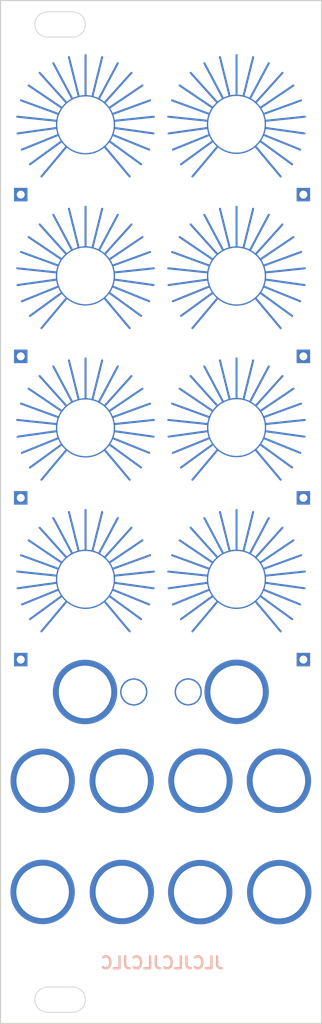
<source format=kicad_pcb>
(kicad_pcb (version 20171130) (host pcbnew "(5.1.4)-1")

  (general
    (thickness 1.6)
    (drawings 213)
    (tracks 336)
    (zones 0)
    (modules 30)
    (nets 1)
  )

  (page A4)
  (layers
    (0 F.Cu signal)
    (31 B.Cu signal)
    (32 B.Adhes user)
    (33 F.Adhes user)
    (34 B.Paste user)
    (35 F.Paste user)
    (36 B.SilkS user)
    (37 F.SilkS user)
    (38 B.Mask user)
    (39 F.Mask user)
    (40 Dwgs.User user)
    (41 Cmts.User user)
    (42 Eco1.User user)
    (43 Eco2.User user)
    (44 Edge.Cuts user)
  )

  (setup
    (last_trace_width 0.25)
    (trace_clearance 0.2)
    (zone_clearance 0.508)
    (zone_45_only no)
    (trace_min 0.2)
    (via_size 0.8)
    (via_drill 0.4)
    (via_min_size 0.4)
    (via_min_drill 0.3)
    (uvia_size 0.3)
    (uvia_drill 0.1)
    (uvias_allowed no)
    (uvia_min_size 0.2)
    (uvia_min_drill 0.1)
    (edge_width 0.05)
    (segment_width 0.2)
    (pcb_text_width 0.3)
    (pcb_text_size 1.5 1.5)
    (mod_edge_width 0.12)
    (mod_text_size 1 1)
    (mod_text_width 0.15)
    (pad_size 1.524 1.524)
    (pad_drill 0.762)
    (pad_to_mask_clearance 0.051)
    (solder_mask_min_width 0.25)
    (aux_axis_origin 0 0)
    (visible_elements 7FFFFFFF)
    (pcbplotparams
      (layerselection 0x010f0_ffffffff)
      (usegerberextensions false)
      (usegerberattributes false)
      (usegerberadvancedattributes false)
      (creategerberjobfile false)
      (excludeedgelayer true)
      (linewidth 0.100000)
      (plotframeref false)
      (viasonmask false)
      (mode 1)
      (useauxorigin false)
      (hpglpennumber 1)
      (hpglpenspeed 20)
      (hpglpendiameter 15.000000)
      (psnegative false)
      (psa4output false)
      (plotreference true)
      (plotvalue false)
      (plotinvisibletext false)
      (padsonsilk false)
      (subtractmaskfromsilk false)
      (outputformat 1)
      (mirror false)
      (drillshape 0)
      (scaleselection 1)
      (outputdirectory "8HP2b/"))
  )

  (net 0 "")

  (net_class Default "これはデフォルトのネット クラスです。"
    (clearance 0.2)
    (trace_width 0.25)
    (via_dia 0.8)
    (via_drill 0.4)
    (uvia_dia 0.3)
    (uvia_drill 0.1)
  )

  (module 4ms_Connector:PinHeader_1x01_P2.54mm_Vertical_NoSilk (layer F.Cu) (tedit 5F1FACC9) (tstamp 5F1FCE4A)
    (at 38.1 -45.72)
    (descr "Through hole straight pin header, 1x01, 2.54mm pitch, single row")
    (tags "Through hole pin header THT 1x01 2.54mm single row")
    (fp_text reference REF** (at 0 -2.33) (layer F.SilkS) hide
      (effects (font (size 1 1) (thickness 0.15)))
    )
    (fp_text value PinHeader_1x01_P2.54mm_Vertical_NoSilk (at 0 2.33) (layer F.Fab)
      (effects (font (size 1 1) (thickness 0.15)))
    )
    (fp_text user %R (at 0 0 90) (layer F.Fab)
      (effects (font (size 1 1) (thickness 0.15)))
    )
    (fp_line (start 1.8 -1.8) (end -1.8 -1.8) (layer F.CrtYd) (width 0.05))
    (fp_line (start 1.8 1.8) (end 1.8 -1.8) (layer F.CrtYd) (width 0.05))
    (fp_line (start -1.8 1.8) (end 1.8 1.8) (layer F.CrtYd) (width 0.05))
    (fp_line (start -1.8 -1.8) (end -1.8 1.8) (layer F.CrtYd) (width 0.05))
    (fp_line (start -1.27 -0.635) (end -0.635 -1.27) (layer F.Fab) (width 0.1))
    (fp_line (start -1.27 1.27) (end -1.27 -0.635) (layer F.Fab) (width 0.1))
    (fp_line (start 1.27 1.27) (end -1.27 1.27) (layer F.Fab) (width 0.1))
    (fp_line (start 1.27 -1.27) (end 1.27 1.27) (layer F.Fab) (width 0.1))
    (fp_line (start -0.635 -1.27) (end 1.27 -1.27) (layer F.Fab) (width 0.1))
    (pad 1 thru_hole rect (at 0 0) (size 1.7 1.7) (drill 1) (layers *.Cu *.Mask))
    (model ${KISYS3DMOD}/Connector_PinHeader_2.54mm.3dshapes/PinHeader_1x01_P2.54mm_Vertical.wrl
      (at (xyz 0 0 0))
      (scale (xyz 1 1 1))
      (rotate (xyz 0 0 0))
    )
  )

  (module 4ms_Connector:PinHeader_1x01_P2.54mm_Vertical_NoSilk (layer F.Cu) (tedit 5F1FACC9) (tstamp 5F1FCE2E)
    (at 2.54 -45.72)
    (descr "Through hole straight pin header, 1x01, 2.54mm pitch, single row")
    (tags "Through hole pin header THT 1x01 2.54mm single row")
    (fp_text reference REF** (at 0 -2.33) (layer F.SilkS) hide
      (effects (font (size 1 1) (thickness 0.15)))
    )
    (fp_text value PinHeader_1x01_P2.54mm_Vertical_NoSilk (at 0 2.33) (layer F.Fab)
      (effects (font (size 1 1) (thickness 0.15)))
    )
    (fp_line (start -0.635 -1.27) (end 1.27 -1.27) (layer F.Fab) (width 0.1))
    (fp_line (start 1.27 -1.27) (end 1.27 1.27) (layer F.Fab) (width 0.1))
    (fp_line (start 1.27 1.27) (end -1.27 1.27) (layer F.Fab) (width 0.1))
    (fp_line (start -1.27 1.27) (end -1.27 -0.635) (layer F.Fab) (width 0.1))
    (fp_line (start -1.27 -0.635) (end -0.635 -1.27) (layer F.Fab) (width 0.1))
    (fp_line (start -1.8 -1.8) (end -1.8 1.8) (layer F.CrtYd) (width 0.05))
    (fp_line (start -1.8 1.8) (end 1.8 1.8) (layer F.CrtYd) (width 0.05))
    (fp_line (start 1.8 1.8) (end 1.8 -1.8) (layer F.CrtYd) (width 0.05))
    (fp_line (start 1.8 -1.8) (end -1.8 -1.8) (layer F.CrtYd) (width 0.05))
    (fp_text user %R (at 0 0 90) (layer F.Fab)
      (effects (font (size 1 1) (thickness 0.15)))
    )
    (pad 1 thru_hole rect (at 0 0) (size 1.7 1.7) (drill 1) (layers *.Cu *.Mask))
    (model ${KISYS3DMOD}/Connector_PinHeader_2.54mm.3dshapes/PinHeader_1x01_P2.54mm_Vertical.wrl
      (at (xyz 0 0 0))
      (scale (xyz 1 1 1))
      (rotate (xyz 0 0 0))
    )
  )

  (module 4ms_Connector:PinHeader_1x01_P2.54mm_Vertical_NoSilk (layer F.Cu) (tedit 5F1FACC9) (tstamp 5F1FCE12)
    (at 38.1 -66.04)
    (descr "Through hole straight pin header, 1x01, 2.54mm pitch, single row")
    (tags "Through hole pin header THT 1x01 2.54mm single row")
    (fp_text reference REF** (at 0 -2.33) (layer F.SilkS) hide
      (effects (font (size 1 1) (thickness 0.15)))
    )
    (fp_text value PinHeader_1x01_P2.54mm_Vertical_NoSilk (at 0 2.33) (layer F.Fab)
      (effects (font (size 1 1) (thickness 0.15)))
    )
    (fp_text user %R (at 0 0 90) (layer F.Fab)
      (effects (font (size 1 1) (thickness 0.15)))
    )
    (fp_line (start 1.8 -1.8) (end -1.8 -1.8) (layer F.CrtYd) (width 0.05))
    (fp_line (start 1.8 1.8) (end 1.8 -1.8) (layer F.CrtYd) (width 0.05))
    (fp_line (start -1.8 1.8) (end 1.8 1.8) (layer F.CrtYd) (width 0.05))
    (fp_line (start -1.8 -1.8) (end -1.8 1.8) (layer F.CrtYd) (width 0.05))
    (fp_line (start -1.27 -0.635) (end -0.635 -1.27) (layer F.Fab) (width 0.1))
    (fp_line (start -1.27 1.27) (end -1.27 -0.635) (layer F.Fab) (width 0.1))
    (fp_line (start 1.27 1.27) (end -1.27 1.27) (layer F.Fab) (width 0.1))
    (fp_line (start 1.27 -1.27) (end 1.27 1.27) (layer F.Fab) (width 0.1))
    (fp_line (start -0.635 -1.27) (end 1.27 -1.27) (layer F.Fab) (width 0.1))
    (pad 1 thru_hole rect (at 0 0) (size 1.7 1.7) (drill 1) (layers *.Cu *.Mask))
    (model ${KISYS3DMOD}/Connector_PinHeader_2.54mm.3dshapes/PinHeader_1x01_P2.54mm_Vertical.wrl
      (at (xyz 0 0 0))
      (scale (xyz 1 1 1))
      (rotate (xyz 0 0 0))
    )
  )

  (module 4ms_Connector:PinHeader_1x01_P2.54mm_Vertical_NoSilk (layer F.Cu) (tedit 5F1FACC9) (tstamp 5F1FCDF6)
    (at 2.54 -66.04)
    (descr "Through hole straight pin header, 1x01, 2.54mm pitch, single row")
    (tags "Through hole pin header THT 1x01 2.54mm single row")
    (fp_text reference REF** (at 0 -2.33) (layer F.SilkS) hide
      (effects (font (size 1 1) (thickness 0.15)))
    )
    (fp_text value PinHeader_1x01_P2.54mm_Vertical_NoSilk (at 0 2.33) (layer F.Fab)
      (effects (font (size 1 1) (thickness 0.15)))
    )
    (fp_line (start -0.635 -1.27) (end 1.27 -1.27) (layer F.Fab) (width 0.1))
    (fp_line (start 1.27 -1.27) (end 1.27 1.27) (layer F.Fab) (width 0.1))
    (fp_line (start 1.27 1.27) (end -1.27 1.27) (layer F.Fab) (width 0.1))
    (fp_line (start -1.27 1.27) (end -1.27 -0.635) (layer F.Fab) (width 0.1))
    (fp_line (start -1.27 -0.635) (end -0.635 -1.27) (layer F.Fab) (width 0.1))
    (fp_line (start -1.8 -1.8) (end -1.8 1.8) (layer F.CrtYd) (width 0.05))
    (fp_line (start -1.8 1.8) (end 1.8 1.8) (layer F.CrtYd) (width 0.05))
    (fp_line (start 1.8 1.8) (end 1.8 -1.8) (layer F.CrtYd) (width 0.05))
    (fp_line (start 1.8 -1.8) (end -1.8 -1.8) (layer F.CrtYd) (width 0.05))
    (fp_text user %R (at 0 0 90) (layer F.Fab)
      (effects (font (size 1 1) (thickness 0.15)))
    )
    (pad 1 thru_hole rect (at 0 0) (size 1.7 1.7) (drill 1) (layers *.Cu *.Mask))
    (model ${KISYS3DMOD}/Connector_PinHeader_2.54mm.3dshapes/PinHeader_1x01_P2.54mm_Vertical.wrl
      (at (xyz 0 0 0))
      (scale (xyz 1 1 1))
      (rotate (xyz 0 0 0))
    )
  )

  (module 4ms_Connector:PinHeader_1x01_P2.54mm_Vertical_NoSilk (layer F.Cu) (tedit 5F1FACC9) (tstamp 5F1FCDDA)
    (at 38.1 -83.82)
    (descr "Through hole straight pin header, 1x01, 2.54mm pitch, single row")
    (tags "Through hole pin header THT 1x01 2.54mm single row")
    (fp_text reference REF** (at 0 -2.33) (layer F.SilkS) hide
      (effects (font (size 1 1) (thickness 0.15)))
    )
    (fp_text value PinHeader_1x01_P2.54mm_Vertical_NoSilk (at 0 2.33) (layer F.Fab)
      (effects (font (size 1 1) (thickness 0.15)))
    )
    (fp_text user %R (at 0 0 90) (layer F.Fab)
      (effects (font (size 1 1) (thickness 0.15)))
    )
    (fp_line (start 1.8 -1.8) (end -1.8 -1.8) (layer F.CrtYd) (width 0.05))
    (fp_line (start 1.8 1.8) (end 1.8 -1.8) (layer F.CrtYd) (width 0.05))
    (fp_line (start -1.8 1.8) (end 1.8 1.8) (layer F.CrtYd) (width 0.05))
    (fp_line (start -1.8 -1.8) (end -1.8 1.8) (layer F.CrtYd) (width 0.05))
    (fp_line (start -1.27 -0.635) (end -0.635 -1.27) (layer F.Fab) (width 0.1))
    (fp_line (start -1.27 1.27) (end -1.27 -0.635) (layer F.Fab) (width 0.1))
    (fp_line (start 1.27 1.27) (end -1.27 1.27) (layer F.Fab) (width 0.1))
    (fp_line (start 1.27 -1.27) (end 1.27 1.27) (layer F.Fab) (width 0.1))
    (fp_line (start -0.635 -1.27) (end 1.27 -1.27) (layer F.Fab) (width 0.1))
    (pad 1 thru_hole rect (at 0 0) (size 1.7 1.7) (drill 1) (layers *.Cu *.Mask))
    (model ${KISYS3DMOD}/Connector_PinHeader_2.54mm.3dshapes/PinHeader_1x01_P2.54mm_Vertical.wrl
      (at (xyz 0 0 0))
      (scale (xyz 1 1 1))
      (rotate (xyz 0 0 0))
    )
  )

  (module 4ms_Connector:PinHeader_1x01_P2.54mm_Vertical_NoSilk (layer F.Cu) (tedit 5F1FACC9) (tstamp 5F1FCDBA)
    (at 2.54 -83.82)
    (descr "Through hole straight pin header, 1x01, 2.54mm pitch, single row")
    (tags "Through hole pin header THT 1x01 2.54mm single row")
    (fp_text reference REF** (at 0 -2.33) (layer F.SilkS) hide
      (effects (font (size 1 1) (thickness 0.15)))
    )
    (fp_text value PinHeader_1x01_P2.54mm_Vertical_NoSilk (at 0 2.33) (layer F.Fab)
      (effects (font (size 1 1) (thickness 0.15)))
    )
    (fp_line (start -0.635 -1.27) (end 1.27 -1.27) (layer F.Fab) (width 0.1))
    (fp_line (start 1.27 -1.27) (end 1.27 1.27) (layer F.Fab) (width 0.1))
    (fp_line (start 1.27 1.27) (end -1.27 1.27) (layer F.Fab) (width 0.1))
    (fp_line (start -1.27 1.27) (end -1.27 -0.635) (layer F.Fab) (width 0.1))
    (fp_line (start -1.27 -0.635) (end -0.635 -1.27) (layer F.Fab) (width 0.1))
    (fp_line (start -1.8 -1.8) (end -1.8 1.8) (layer F.CrtYd) (width 0.05))
    (fp_line (start -1.8 1.8) (end 1.8 1.8) (layer F.CrtYd) (width 0.05))
    (fp_line (start 1.8 1.8) (end 1.8 -1.8) (layer F.CrtYd) (width 0.05))
    (fp_line (start 1.8 -1.8) (end -1.8 -1.8) (layer F.CrtYd) (width 0.05))
    (fp_text user %R (at 0 0 90) (layer F.Fab)
      (effects (font (size 1 1) (thickness 0.15)))
    )
    (pad 1 thru_hole rect (at 0 0) (size 1.7 1.7) (drill 1) (layers *.Cu *.Mask))
    (model ${KISYS3DMOD}/Connector_PinHeader_2.54mm.3dshapes/PinHeader_1x01_P2.54mm_Vertical.wrl
      (at (xyz 0 0 0))
      (scale (xyz 1 1 1))
      (rotate (xyz 0 0 0))
    )
  )

  (module 4ms_Connector:PinHeader_1x01_P2.54mm_Vertical_NoSilk (layer F.Cu) (tedit 5F1FACC9) (tstamp 5F1FCD81)
    (at 38.1 -104.14)
    (descr "Through hole straight pin header, 1x01, 2.54mm pitch, single row")
    (tags "Through hole pin header THT 1x01 2.54mm single row")
    (fp_text reference REF** (at 0 -2.33) (layer F.SilkS) hide
      (effects (font (size 1 1) (thickness 0.15)))
    )
    (fp_text value PinHeader_1x01_P2.54mm_Vertical_NoSilk (at 0 2.33) (layer F.Fab)
      (effects (font (size 1 1) (thickness 0.15)))
    )
    (fp_line (start -0.635 -1.27) (end 1.27 -1.27) (layer F.Fab) (width 0.1))
    (fp_line (start 1.27 -1.27) (end 1.27 1.27) (layer F.Fab) (width 0.1))
    (fp_line (start 1.27 1.27) (end -1.27 1.27) (layer F.Fab) (width 0.1))
    (fp_line (start -1.27 1.27) (end -1.27 -0.635) (layer F.Fab) (width 0.1))
    (fp_line (start -1.27 -0.635) (end -0.635 -1.27) (layer F.Fab) (width 0.1))
    (fp_line (start -1.8 -1.8) (end -1.8 1.8) (layer F.CrtYd) (width 0.05))
    (fp_line (start -1.8 1.8) (end 1.8 1.8) (layer F.CrtYd) (width 0.05))
    (fp_line (start 1.8 1.8) (end 1.8 -1.8) (layer F.CrtYd) (width 0.05))
    (fp_line (start 1.8 -1.8) (end -1.8 -1.8) (layer F.CrtYd) (width 0.05))
    (fp_text user %R (at 0 0 90) (layer F.Fab)
      (effects (font (size 1 1) (thickness 0.15)))
    )
    (pad 1 thru_hole rect (at 0 0) (size 1.7 1.7) (drill 1) (layers *.Cu *.Mask))
    (model ${KISYS3DMOD}/Connector_PinHeader_2.54mm.3dshapes/PinHeader_1x01_P2.54mm_Vertical.wrl
      (at (xyz 0 0 0))
      (scale (xyz 1 1 1))
      (rotate (xyz 0 0 0))
    )
  )

  (module 4ms_Connector:PinHeader_1x01_P2.54mm_Vertical_NoSilk (layer F.Cu) (tedit 5F1FACC9) (tstamp 5F1FCD48)
    (at 2.54 -104.14)
    (descr "Through hole straight pin header, 1x01, 2.54mm pitch, single row")
    (tags "Through hole pin header THT 1x01 2.54mm single row")
    (fp_text reference REF** (at 0 -2.33) (layer F.SilkS) hide
      (effects (font (size 1 1) (thickness 0.15)))
    )
    (fp_text value PinHeader_1x01_P2.54mm_Vertical_NoSilk (at 0 2.33) (layer F.Fab)
      (effects (font (size 1 1) (thickness 0.15)))
    )
    (fp_line (start -0.635 -1.27) (end 1.27 -1.27) (layer F.Fab) (width 0.1))
    (fp_line (start 1.27 -1.27) (end 1.27 1.27) (layer F.Fab) (width 0.1))
    (fp_line (start 1.27 1.27) (end -1.27 1.27) (layer F.Fab) (width 0.1))
    (fp_line (start -1.27 1.27) (end -1.27 -0.635) (layer F.Fab) (width 0.1))
    (fp_line (start -1.27 -0.635) (end -0.635 -1.27) (layer F.Fab) (width 0.1))
    (fp_line (start -1.8 -1.8) (end -1.8 1.8) (layer F.CrtYd) (width 0.05))
    (fp_line (start -1.8 1.8) (end 1.8 1.8) (layer F.CrtYd) (width 0.05))
    (fp_line (start 1.8 1.8) (end 1.8 -1.8) (layer F.CrtYd) (width 0.05))
    (fp_line (start 1.8 -1.8) (end -1.8 -1.8) (layer F.CrtYd) (width 0.05))
    (fp_text user %R (at 0 0 90) (layer F.Fab)
      (effects (font (size 1 1) (thickness 0.15)))
    )
    (pad 1 thru_hole rect (at 0 0) (size 1.7 1.7) (drill 1) (layers *.Cu *.Mask))
    (model ${KISYS3DMOD}/Connector_PinHeader_2.54mm.3dshapes/PinHeader_1x01_P2.54mm_Vertical.wrl
      (at (xyz 0 0 0))
      (scale (xyz 1 1 1))
      (rotate (xyz 0 0 0))
    )
  )

  (module 4ms_Faceplate:Faceplate_Hole_LED_3mm (layer F.Cu) (tedit 5AECAFDA) (tstamp 5F1FCC19)
    (at 23.61 -41.66)
    (fp_text reference REF** (at 0 3.937) (layer F.Fab) hide
      (effects (font (size 1 1) (thickness 0.15)))
    )
    (fp_text value Faceplate_Hole_LED_3mm (at 0.09 2.46) (layer F.Fab) hide
      (effects (font (size 1 1) (thickness 0.15)))
    )
    (fp_line (start 0 -0.508) (end 0 0.508) (layer F.Fab) (width 0.15))
    (fp_line (start -0.508 0) (end 0.508 0) (layer F.Fab) (width 0.15))
    (pad 1 thru_hole circle (at 0 0 90) (size 3.429 3.429) (drill 3.048) (layers *.Cu *.Mask))
  )

  (module 4ms_Faceplate:Faceplate_Hole_LED_3mm (layer F.Cu) (tedit 5AECAFDA) (tstamp 5F1FCC00)
    (at 16.76 -41.65)
    (fp_text reference REF** (at 0 3.937) (layer F.Fab) hide
      (effects (font (size 1 1) (thickness 0.15)))
    )
    (fp_text value Faceplate_Hole_LED_3mm (at 0.09 2.46) (layer F.Fab) hide
      (effects (font (size 1 1) (thickness 0.15)))
    )
    (fp_line (start 0 -0.508) (end 0 0.508) (layer F.Fab) (width 0.15))
    (fp_line (start -0.508 0) (end 0.508 0) (layer F.Fab) (width 0.15))
    (pad 1 thru_hole circle (at 0 0 90) (size 3.429 3.429) (drill 3.048) (layers *.Cu *.Mask))
  )

  (module 4ms_Faceplate:Faceplate_Hole_Jack_3.5mm_Copper8mm locked (layer F.Cu) (tedit 5DAE1E51) (tstamp 5F1FCBBA)
    (at 29.7 -41.67)
    (fp_text reference REF** (at 0.41 4.84) (layer F.Fab) hide
      (effects (font (size 1 1) (thickness 0.15)))
    )
    (fp_text value Faceplate_Hole_Jack_3.5mm_Copper8mm (at 0.27 6.16) (layer F.Fab) hide
      (effects (font (size 1 1) (thickness 0.15)))
    )
    (fp_line (start 0 -0.508) (end 0 0.508) (layer F.Fab) (width 0.15))
    (fp_line (start -0.508 0) (end 0.508 0) (layer F.Fab) (width 0.15))
    (pad 1 thru_hole circle (at 0 0) (size 8.1 8.1) (drill 6.604) (layers *.Cu *.Mask))
  )

  (module 4ms_Faceplate:Faceplate_Hole_Jack_3.5mm_Copper8mm locked (layer F.Cu) (tedit 5DAE1E51) (tstamp 5F1FCB95)
    (at 10.63 -41.65)
    (fp_text reference REF** (at 0.41 4.84) (layer F.Fab) hide
      (effects (font (size 1 1) (thickness 0.15)))
    )
    (fp_text value Faceplate_Hole_Jack_3.5mm_Copper8mm (at 0.27 6.16) (layer F.Fab) hide
      (effects (font (size 1 1) (thickness 0.15)))
    )
    (fp_line (start 0 -0.508) (end 0 0.508) (layer F.Fab) (width 0.15))
    (fp_line (start -0.508 0) (end 0.508 0) (layer F.Fab) (width 0.15))
    (pad 1 thru_hole circle (at 0 0) (size 8.1 8.1) (drill 6.604) (layers *.Cu *.Mask))
  )

  (module 4ms_Faceplate:Faceplate_Hole_Jack_3.5mm_Copper8mm locked (layer F.Cu) (tedit 5DAE1E51) (tstamp 5F1FCB73)
    (at 35.06 -16.5)
    (fp_text reference REF** (at 0.41 4.84) (layer F.Fab) hide
      (effects (font (size 1 1) (thickness 0.15)))
    )
    (fp_text value Faceplate_Hole_Jack_3.5mm_Copper8mm (at 0.27 6.16) (layer F.Fab) hide
      (effects (font (size 1 1) (thickness 0.15)))
    )
    (fp_line (start 0 -0.508) (end 0 0.508) (layer F.Fab) (width 0.15))
    (fp_line (start -0.508 0) (end 0.508 0) (layer F.Fab) (width 0.15))
    (pad 1 thru_hole circle (at 0 0) (size 8.1 8.1) (drill 6.604) (layers *.Cu *.Mask))
  )

  (module 4ms_Faceplate:Faceplate_Hole_Jack_3.5mm_Copper8mm locked (layer F.Cu) (tedit 5DAE1E51) (tstamp 5F1FCB34)
    (at 25.12 -16.5)
    (fp_text reference REF** (at 0.41 4.84) (layer F.Fab) hide
      (effects (font (size 1 1) (thickness 0.15)))
    )
    (fp_text value Faceplate_Hole_Jack_3.5mm_Copper8mm (at 0.27 6.16) (layer F.Fab) hide
      (effects (font (size 1 1) (thickness 0.15)))
    )
    (fp_line (start 0 -0.508) (end 0 0.508) (layer F.Fab) (width 0.15))
    (fp_line (start -0.508 0) (end 0.508 0) (layer F.Fab) (width 0.15))
    (pad 1 thru_hole circle (at 0 0) (size 8.1 8.1) (drill 6.604) (layers *.Cu *.Mask))
  )

  (module 4ms_Faceplate:Faceplate_Hole_Jack_3.5mm_Copper8mm locked (layer F.Cu) (tedit 5DAE1E51) (tstamp 5F1FCB0C)
    (at 15.26 -16.52)
    (fp_text reference REF** (at 0.41 4.84) (layer F.Fab) hide
      (effects (font (size 1 1) (thickness 0.15)))
    )
    (fp_text value Faceplate_Hole_Jack_3.5mm_Copper8mm (at 0.27 6.16) (layer F.Fab) hide
      (effects (font (size 1 1) (thickness 0.15)))
    )
    (fp_line (start 0 -0.508) (end 0 0.508) (layer F.Fab) (width 0.15))
    (fp_line (start -0.508 0) (end 0.508 0) (layer F.Fab) (width 0.15))
    (pad 1 thru_hole circle (at 0 0) (size 8.1 8.1) (drill 6.604) (layers *.Cu *.Mask))
  )

  (module 4ms_Faceplate:Faceplate_Hole_Jack_3.5mm_Copper8mm locked (layer F.Cu) (tedit 5DAE1E51) (tstamp 5F1FCAEE)
    (at 5.29 -16.53)
    (fp_text reference REF** (at 0.41 4.84) (layer F.Fab) hide
      (effects (font (size 1 1) (thickness 0.15)))
    )
    (fp_text value Faceplate_Hole_Jack_3.5mm_Copper8mm (at 0.27 6.16) (layer F.Fab) hide
      (effects (font (size 1 1) (thickness 0.15)))
    )
    (fp_line (start 0 -0.508) (end 0 0.508) (layer F.Fab) (width 0.15))
    (fp_line (start -0.508 0) (end 0.508 0) (layer F.Fab) (width 0.15))
    (pad 1 thru_hole circle (at 0 0) (size 8.1 8.1) (drill 6.604) (layers *.Cu *.Mask))
  )

  (module 4ms_Faceplate:Faceplate_Hole_Jack_3.5mm_Copper8mm locked (layer F.Cu) (tedit 5DAE1E51) (tstamp 5F1FCAC9)
    (at 35.02 -30.49)
    (fp_text reference REF** (at 0.41 4.84) (layer F.Fab) hide
      (effects (font (size 1 1) (thickness 0.15)))
    )
    (fp_text value Faceplate_Hole_Jack_3.5mm_Copper8mm (at 0.27 6.16) (layer F.Fab) hide
      (effects (font (size 1 1) (thickness 0.15)))
    )
    (fp_line (start 0 -0.508) (end 0 0.508) (layer F.Fab) (width 0.15))
    (fp_line (start -0.508 0) (end 0.508 0) (layer F.Fab) (width 0.15))
    (pad 1 thru_hole circle (at 0 0) (size 8.1 8.1) (drill 6.604) (layers *.Cu *.Mask))
  )

  (module 4ms_Faceplate:Faceplate_Hole_Jack_3.5mm_Copper8mm locked (layer F.Cu) (tedit 5DAE1E51) (tstamp 5F1FCAA4)
    (at 25.15 -30.5)
    (fp_text reference REF** (at 0.41 4.84) (layer F.Fab) hide
      (effects (font (size 1 1) (thickness 0.15)))
    )
    (fp_text value Faceplate_Hole_Jack_3.5mm_Copper8mm (at 0.27 6.16) (layer F.Fab) hide
      (effects (font (size 1 1) (thickness 0.15)))
    )
    (fp_line (start 0 -0.508) (end 0 0.508) (layer F.Fab) (width 0.15))
    (fp_line (start -0.508 0) (end 0.508 0) (layer F.Fab) (width 0.15))
    (pad 1 thru_hole circle (at 0 0) (size 8.1 8.1) (drill 6.604) (layers *.Cu *.Mask))
  )

  (module 4ms_Faceplate:Faceplate_Hole_Jack_3.5mm_Copper8mm locked (layer F.Cu) (tedit 5DAE1E51) (tstamp 5F1FCA7C)
    (at 15.24 -30.48)
    (fp_text reference REF** (at 0.41 4.84) (layer F.Fab) hide
      (effects (font (size 1 1) (thickness 0.15)))
    )
    (fp_text value Faceplate_Hole_Jack_3.5mm_Copper8mm (at 0.27 6.16) (layer F.Fab) hide
      (effects (font (size 1 1) (thickness 0.15)))
    )
    (fp_line (start 0 -0.508) (end 0 0.508) (layer F.Fab) (width 0.15))
    (fp_line (start -0.508 0) (end 0.508 0) (layer F.Fab) (width 0.15))
    (pad 1 thru_hole circle (at 0 0) (size 8.1 8.1) (drill 6.604) (layers *.Cu *.Mask))
  )

  (module 4ms_Faceplate:Faceplate_Hole_Jack_3.5mm_Copper8mm locked (layer F.Cu) (tedit 5DAE1E51) (tstamp 5F1FCA58)
    (at 5.3 -30.5)
    (fp_text reference REF** (at 0.41 4.84) (layer F.Fab) hide
      (effects (font (size 1 1) (thickness 0.15)))
    )
    (fp_text value Faceplate_Hole_Jack_3.5mm_Copper8mm (at 0.27 6.16) (layer F.Fab) hide
      (effects (font (size 1 1) (thickness 0.15)))
    )
    (fp_line (start 0 -0.508) (end 0 0.508) (layer F.Fab) (width 0.15))
    (fp_line (start -0.508 0) (end 0.508 0) (layer F.Fab) (width 0.15))
    (pad 1 thru_hole circle (at 0 0) (size 8.1 8.1) (drill 6.604) (layers *.Cu *.Mask))
  )

  (module 4ms_Faceplate:Faceplate_Hole_Pot_9mm_Metal_Collar (layer F.Cu) (tedit 5AB0124D) (tstamp 5F1FCA33)
    (at 29.68 -55.81)
    (fp_text reference REF** (at 0.254 2.286) (layer F.SilkS) hide
      (effects (font (size 1 1) (thickness 0.15)))
    )
    (fp_text value Faceplate_Hole_Pot_9mm (at 0.17 4.53) (layer F.Fab) hide
      (effects (font (size 1 1) (thickness 0.15)))
    )
    (fp_line (start -0.508 0) (end 0.508 0) (layer F.Fab) (width 0.15))
    (fp_line (start 0 -0.508) (end 0 0.508) (layer F.Fab) (width 0.15))
    (pad 1 thru_hole circle (at 0 0) (size 7.45 7.45) (drill 7.1) (layers *.Cu *.Mask))
  )

  (module 4ms_Faceplate:Faceplate_Hole_Pot_9mm_Metal_Collar (layer F.Cu) (tedit 5AB0124D) (tstamp 5F1FCA1A)
    (at 10.69 -55.81)
    (fp_text reference REF** (at 0.254 2.286) (layer F.SilkS) hide
      (effects (font (size 1 1) (thickness 0.15)))
    )
    (fp_text value Faceplate_Hole_Pot_9mm (at 0.17 4.53) (layer F.Fab) hide
      (effects (font (size 1 1) (thickness 0.15)))
    )
    (fp_line (start -0.508 0) (end 0.508 0) (layer F.Fab) (width 0.15))
    (fp_line (start 0 -0.508) (end 0 0.508) (layer F.Fab) (width 0.15))
    (pad 1 thru_hole circle (at 0 0) (size 7.45 7.45) (drill 7.1) (layers *.Cu *.Mask))
  )

  (module 4ms_Faceplate:Faceplate_Hole_Pot_9mm_Metal_Collar (layer F.Cu) (tedit 5AB0124D) (tstamp 5F1FCA01)
    (at 29.7 -74.87)
    (fp_text reference REF** (at 0.254 2.286) (layer F.SilkS) hide
      (effects (font (size 1 1) (thickness 0.15)))
    )
    (fp_text value Faceplate_Hole_Pot_9mm (at 0.17 4.53) (layer F.Fab) hide
      (effects (font (size 1 1) (thickness 0.15)))
    )
    (fp_line (start -0.508 0) (end 0.508 0) (layer F.Fab) (width 0.15))
    (fp_line (start 0 -0.508) (end 0 0.508) (layer F.Fab) (width 0.15))
    (pad 1 thru_hole circle (at 0 0) (size 7.45 7.45) (drill 7.1) (layers *.Cu *.Mask))
  )

  (module 4ms_Faceplate:Faceplate_Hole_Pot_9mm_Metal_Collar (layer F.Cu) (tedit 5AB0124D) (tstamp 5F1FC9C6)
    (at 10.69 -74.84)
    (fp_text reference REF** (at 0.254 2.286) (layer F.SilkS) hide
      (effects (font (size 1 1) (thickness 0.15)))
    )
    (fp_text value Faceplate_Hole_Pot_9mm (at 0.17 4.53) (layer F.Fab) hide
      (effects (font (size 1 1) (thickness 0.15)))
    )
    (fp_line (start -0.508 0) (end 0.508 0) (layer F.Fab) (width 0.15))
    (fp_line (start 0 -0.508) (end 0 0.508) (layer F.Fab) (width 0.15))
    (pad 1 thru_hole circle (at 0 0) (size 7.45 7.45) (drill 7.1) (layers *.Cu *.Mask))
  )

  (module 4ms_Faceplate:Faceplate_Hole_Pot_9mm_Metal_Collar (layer F.Cu) (tedit 5AB0124D) (tstamp 5F1FC9A4)
    (at 29.69 -93.91)
    (fp_text reference REF** (at 0.254 2.286) (layer F.SilkS) hide
      (effects (font (size 1 1) (thickness 0.15)))
    )
    (fp_text value Faceplate_Hole_Pot_9mm (at 0.17 4.53) (layer F.Fab) hide
      (effects (font (size 1 1) (thickness 0.15)))
    )
    (fp_line (start -0.508 0) (end 0.508 0) (layer F.Fab) (width 0.15))
    (fp_line (start 0 -0.508) (end 0 0.508) (layer F.Fab) (width 0.15))
    (pad 1 thru_hole circle (at 0 0) (size 7.45 7.45) (drill 7.1) (layers *.Cu *.Mask))
  )

  (module 4ms_Faceplate:Faceplate_Hole_Pot_9mm_Metal_Collar (layer F.Cu) (tedit 5AB0124D) (tstamp 5F1FC982)
    (at 10.68 -93.93)
    (fp_text reference REF** (at 0.254 2.286) (layer F.SilkS) hide
      (effects (font (size 1 1) (thickness 0.15)))
    )
    (fp_text value Faceplate_Hole_Pot_9mm (at 0.17 4.53) (layer F.Fab) hide
      (effects (font (size 1 1) (thickness 0.15)))
    )
    (fp_line (start -0.508 0) (end 0.508 0) (layer F.Fab) (width 0.15))
    (fp_line (start 0 -0.508) (end 0 0.508) (layer F.Fab) (width 0.15))
    (pad 1 thru_hole circle (at 0 0) (size 7.45 7.45) (drill 7.1) (layers *.Cu *.Mask))
  )

  (module 4ms_Faceplate:Faceplate_Hole_Pot_9mm_Metal_Collar (layer F.Cu) (tedit 5AB0124D) (tstamp 5F1FC969)
    (at 29.68 -112.98)
    (fp_text reference REF** (at 0.254 2.286) (layer F.SilkS) hide
      (effects (font (size 1 1) (thickness 0.15)))
    )
    (fp_text value Faceplate_Hole_Pot_9mm (at 0.17 4.53) (layer F.Fab) hide
      (effects (font (size 1 1) (thickness 0.15)))
    )
    (fp_line (start -0.508 0) (end 0.508 0) (layer F.Fab) (width 0.15))
    (fp_line (start 0 -0.508) (end 0 0.508) (layer F.Fab) (width 0.15))
    (pad 1 thru_hole circle (at 0 0) (size 7.45 7.45) (drill 7.1) (layers *.Cu *.Mask))
  )

  (module 4ms_Faceplate:Faceplate_Hole_Pot_9mm_Metal_Collar (layer F.Cu) (tedit 5AB0124D) (tstamp 5F1FC942)
    (at 10.69 -112.92)
    (fp_text reference REF** (at 0.254 2.286) (layer F.SilkS) hide
      (effects (font (size 1 1) (thickness 0.15)))
    )
    (fp_text value Faceplate_Hole_Pot_9mm (at 0.17 4.53) (layer F.Fab) hide
      (effects (font (size 1 1) (thickness 0.15)))
    )
    (fp_line (start -0.508 0) (end 0.508 0) (layer F.Fab) (width 0.15))
    (fp_line (start 0 -0.508) (end 0 0.508) (layer F.Fab) (width 0.15))
    (pad 1 thru_hole circle (at 0 0) (size 7.45 7.45) (drill 7.1) (layers *.Cu *.Mask))
  )

  (module 4ms_Faceplate:Faceplate_Rail_Mount_Slot (layer F.Cu) (tedit 5A7E37F6) (tstamp 5F1FC819)
    (at 7.5 -2.99)
    (fp_text reference REF** (at 0.13 4.37) (layer F.Fab) hide
      (effects (font (size 1 1) (thickness 0.15)))
    )
    (fp_text value Rail_mount_slot (at 0.381 2.54) (layer F.Fab) hide
      (effects (font (size 1 1) (thickness 0.15)))
    )
    (fp_line (start -1.5875 -1.5875) (end 1.5875 -1.5875) (layer Edge.Cuts) (width 0.1))
    (fp_arc (start -1.5875 0) (end -1.5875 1.5875) (angle 180) (layer Edge.Cuts) (width 0.1))
    (fp_arc (start 1.5875 0) (end 1.5875 -1.5875) (angle 180) (layer Edge.Cuts) (width 0.1))
    (fp_line (start -1.5875 1.5875) (end 1.5875 1.5875) (layer Edge.Cuts) (width 0.1))
  )

  (module 4ms_Faceplate:Faceplate_Rail_Mount_Slot (layer F.Cu) (tedit 5A7E37F6) (tstamp 5F1FC7EF)
    (at 7.49 -125.52)
    (fp_text reference REF** (at 0.13 4.37) (layer F.Fab) hide
      (effects (font (size 1 1) (thickness 0.15)))
    )
    (fp_text value Rail_mount_slot (at 0.381 2.54) (layer F.Fab) hide
      (effects (font (size 1 1) (thickness 0.15)))
    )
    (fp_line (start -1.5875 -1.5875) (end 1.5875 -1.5875) (layer Edge.Cuts) (width 0.1))
    (fp_arc (start -1.5875 0) (end -1.5875 1.5875) (angle 180) (layer Edge.Cuts) (width 0.1))
    (fp_arc (start 1.5875 0) (end 1.5875 -1.5875) (angle 180) (layer Edge.Cuts) (width 0.1))
    (fp_line (start -1.5875 1.5875) (end 1.5875 1.5875) (layer Edge.Cuts) (width 0.1))
  )

  (gr_text JLCJLCJLCJLC (at 20.32 -7.62) (layer B.SilkS)
    (effects (font (size 1.5 1.5) (thickness 0.3)) (justify mirror))
  )
  (gr_line (start 10.6934 -113.03) (end 10.6934 -113.03) (layer B.Mask) (width 7.239))
  (gr_line (start 29.6926 -113.03) (end 29.6926 -113.03) (layer B.Mask) (width 7.239))
  (gr_line (start 10.6934 -93.98) (end 10.6934 -93.98) (layer B.Mask) (width 7.239))
  (gr_line (start 29.6926 -93.98) (end 29.6926 -93.98) (layer B.Mask) (width 7.239))
  (gr_line (start 10.6934 -74.93) (end 10.6934 -74.93) (layer B.Mask) (width 7.239))
  (gr_line (start 29.6926 -74.93) (end 29.6926 -74.93) (layer B.Mask) (width 7.239))
  (gr_line (start 10.6934 -55.88) (end 10.6934 -55.88) (layer B.Mask) (width 7.239))
  (gr_line (start 29.6926 -55.88) (end 29.6926 -55.88) (layer B.Mask) (width 7.239))
  (gr_line (start 10.6934 -41.656) (end 10.6934 -41.656) (layer B.Mask) (width 5.334))
  (gr_line (start 29.6926 -41.656) (end 29.6926 -41.656) (layer B.Mask) (width 5.334))
  (gr_line (start 16.764 -41.656) (end 16.764 -41.656) (layer B.Mask) (width 3.048))
  (gr_line (start 23.622 -41.656) (end 23.622 -41.656) (layer B.Mask) (width 3.048))
  (gr_line (start 5.334 -30.48) (end 5.334 -30.48) (layer B.Mask) (width 6.35))
  (gr_line (start 15.24 -30.48) (end 15.24 -30.48) (layer B.Mask) (width 6.35))
  (gr_line (start 25.146 -30.48) (end 25.146 -30.48) (layer B.Mask) (width 6.35))
  (gr_line (start 35.052 -30.48) (end 35.052 -30.48) (layer B.Mask) (width 6.35))
  (gr_line (start 5.334 -16.51) (end 5.334 -16.51) (layer B.Mask) (width 6.35))
  (gr_line (start 15.24 -16.51) (end 15.24 -16.51) (layer B.Mask) (width 6.35))
  (gr_line (start 25.146 -16.51) (end 25.146 -16.51) (layer B.Mask) (width 6.35))
  (gr_line (start 35.052 -16.51) (end 35.052 -16.51) (layer B.Mask) (width 6.35))
  (gr_line (start 10.6934 -113.03) (end 10.6934 -113.03) (layer F.Mask) (width 7.239))
  (gr_line (start 29.6926 -113.03) (end 29.6926 -113.03) (layer F.Mask) (width 7.239))
  (gr_line (start 10.6934 -93.98) (end 10.6934 -93.98) (layer F.Mask) (width 7.239))
  (gr_line (start 29.6926 -93.98) (end 29.6926 -93.98) (layer F.Mask) (width 7.239))
  (gr_line (start 10.6934 -74.93) (end 10.6934 -74.93) (layer F.Mask) (width 7.239))
  (gr_line (start 29.6926 -74.93) (end 29.6926 -74.93) (layer F.Mask) (width 7.239))
  (gr_line (start 10.6934 -55.88) (end 10.6934 -55.88) (layer F.Mask) (width 7.239))
  (gr_line (start 29.6926 -55.88) (end 29.6926 -55.88) (layer F.Mask) (width 7.239))
  (gr_line (start 10.6934 -41.656) (end 10.6934 -41.656) (layer F.Mask) (width 5.334))
  (gr_line (start 29.6926 -41.656) (end 29.6926 -41.656) (layer F.Mask) (width 5.334))
  (gr_line (start 16.764 -41.656) (end 16.764 -41.656) (layer F.Mask) (width 3.048))
  (gr_line (start 23.622 -41.656) (end 23.622 -41.656) (layer F.Mask) (width 3.048))
  (gr_line (start 5.334 -30.48) (end 5.334 -30.48) (layer F.Mask) (width 6.35))
  (gr_line (start 15.24 -30.48) (end 15.24 -30.48) (layer F.Mask) (width 6.35))
  (gr_line (start 25.146 -30.48) (end 25.146 -30.48) (layer F.Mask) (width 6.35))
  (gr_line (start 35.052 -30.48) (end 35.052 -30.48) (layer F.Mask) (width 6.35))
  (gr_line (start 5.334 -16.51) (end 5.334 -16.51) (layer F.Mask) (width 6.35))
  (gr_line (start 15.24 -16.51) (end 15.24 -16.51) (layer F.Mask) (width 6.35))
  (gr_line (start 25.146 -16.51) (end 25.146 -16.51) (layer F.Mask) (width 6.35))
  (gr_line (start 35.052 -16.51) (end 35.052 -16.51) (layer F.Mask) (width 6.35))
  (gr_line (start 10.6934 -113.03) (end 5.14228 -106.41444) (layer F.Mask) (width 0.254))
  (gr_line (start 10.6934 -113.03) (end 3.70672 -107.95389) (layer F.Mask) (width 0.254))
  (gr_line (start 10.6934 -113.03) (end 2.68623 -109.7949) (layer F.Mask) (width 0.254))
  (gr_line (start 10.6934 -113.03) (end 2.14145 -111.8281) (layer F.Mask) (width 0.254))
  (gr_line (start 10.6934 -113.03) (end 2.10472 -113.93272) (layer F.Mask) (width 0.254))
  (gr_line (start 10.6934 -113.03) (end 2.57823 -115.98369) (layer F.Mask) (width 0.254))
  (gr_line (start 10.6934 -113.03) (end 3.53383 -117.8592) (layer F.Mask) (width 0.254))
  (gr_line (start 10.6934 -113.03) (end 4.9148 -119.44779) (layer F.Mask) (width 0.254))
  (gr_line (start 10.6934 -113.03) (end 6.63905 -120.65513) (layer F.Mask) (width 0.254))
  (gr_line (start 10.6934 -113.03) (end 8.60417 -121.40949) (layer F.Mask) (width 0.254))
  (gr_line (start 10.6934 -113.03) (end 10.6934 -121.666) (layer F.Mask) (width 0.254))
  (gr_line (start 10.6934 -113.03) (end 12.78263 -121.40949) (layer F.Mask) (width 0.254))
  (gr_line (start 10.6934 -113.03) (end 14.74775 -120.65513) (layer F.Mask) (width 0.254))
  (gr_line (start 10.6934 -113.03) (end 16.472 -119.44779) (layer F.Mask) (width 0.254))
  (gr_line (start 10.6934 -113.03) (end 17.85297 -117.8592) (layer F.Mask) (width 0.254))
  (gr_line (start 10.6934 -113.03) (end 18.80857 -115.98369) (layer F.Mask) (width 0.254))
  (gr_line (start 10.6934 -113.03) (end 19.28208 -113.93272) (layer F.Mask) (width 0.254))
  (gr_line (start 10.6934 -113.03) (end 19.24535 -111.8281) (layer F.Mask) (width 0.254))
  (gr_line (start 10.6934 -113.03) (end 18.70057 -109.7949) (layer F.Mask) (width 0.254))
  (gr_line (start 10.6934 -113.03) (end 17.68008 -107.95389) (layer F.Mask) (width 0.254))
  (gr_line (start 10.6934 -113.03) (end 16.24452 -106.41444) (layer F.Mask) (width 0.254))
  (gr_line (start 29.6926 -113.03) (end 24.14148 -106.41444) (layer F.Mask) (width 0.254))
  (gr_line (start 29.6926 -113.03) (end 22.70592 -107.95389) (layer F.Mask) (width 0.254))
  (gr_line (start 29.6926 -113.03) (end 21.68543 -109.7949) (layer F.Mask) (width 0.254))
  (gr_line (start 29.6926 -113.03) (end 21.14065 -111.8281) (layer F.Mask) (width 0.254))
  (gr_line (start 29.6926 -113.03) (end 21.10392 -113.93272) (layer F.Mask) (width 0.254))
  (gr_line (start 29.6926 -113.03) (end 21.57743 -115.98369) (layer F.Mask) (width 0.254))
  (gr_line (start 29.6926 -113.03) (end 22.53303 -117.8592) (layer F.Mask) (width 0.254))
  (gr_line (start 29.6926 -113.03) (end 23.914 -119.44779) (layer F.Mask) (width 0.254))
  (gr_line (start 29.6926 -113.03) (end 25.63825 -120.65513) (layer F.Mask) (width 0.254))
  (gr_line (start 29.6926 -113.03) (end 27.60337 -121.40949) (layer F.Mask) (width 0.254))
  (gr_line (start 29.6926 -113.03) (end 29.6926 -121.666) (layer F.Mask) (width 0.254))
  (gr_line (start 29.6926 -113.03) (end 31.78183 -121.40949) (layer F.Mask) (width 0.254))
  (gr_line (start 29.6926 -113.03) (end 33.74695 -120.65513) (layer F.Mask) (width 0.254))
  (gr_line (start 29.6926 -113.03) (end 35.4712 -119.44779) (layer F.Mask) (width 0.254))
  (gr_line (start 29.6926 -113.03) (end 36.85217 -117.8592) (layer F.Mask) (width 0.254))
  (gr_line (start 29.6926 -113.03) (end 37.80777 -115.98369) (layer F.Mask) (width 0.254))
  (gr_line (start 29.6926 -113.03) (end 38.28128 -113.93272) (layer F.Mask) (width 0.254))
  (gr_line (start 29.6926 -113.03) (end 38.24455 -111.8281) (layer F.Mask) (width 0.254))
  (gr_line (start 29.6926 -113.03) (end 37.69977 -109.7949) (layer F.Mask) (width 0.254))
  (gr_line (start 29.6926 -113.03) (end 36.67928 -107.95389) (layer F.Mask) (width 0.254))
  (gr_line (start 29.6926 -113.03) (end 35.24372 -106.41444) (layer F.Mask) (width 0.254))
  (gr_line (start 10.6934 -93.98) (end 5.14228 -87.36444) (layer F.Mask) (width 0.254))
  (gr_line (start 10.6934 -93.98) (end 3.70672 -88.90389) (layer F.Mask) (width 0.254))
  (gr_line (start 10.6934 -93.98) (end 2.68623 -90.7449) (layer F.Mask) (width 0.254))
  (gr_line (start 10.6934 -93.98) (end 2.14145 -92.7781) (layer F.Mask) (width 0.254))
  (gr_line (start 10.6934 -93.98) (end 2.10472 -94.88272) (layer F.Mask) (width 0.254))
  (gr_line (start 10.6934 -93.98) (end 2.57823 -96.93369) (layer F.Mask) (width 0.254))
  (gr_line (start 10.6934 -93.98) (end 3.53383 -98.8092) (layer F.Mask) (width 0.254))
  (gr_line (start 10.6934 -93.98) (end 4.9148 -100.39779) (layer F.Mask) (width 0.254))
  (gr_line (start 10.6934 -93.98) (end 6.63905 -101.60513) (layer F.Mask) (width 0.254))
  (gr_line (start 10.6934 -93.98) (end 8.60417 -102.35949) (layer F.Mask) (width 0.254))
  (gr_line (start 10.6934 -93.98) (end 10.6934 -102.616) (layer F.Mask) (width 0.254))
  (gr_line (start 10.6934 -93.98) (end 12.78263 -102.35949) (layer F.Mask) (width 0.254))
  (gr_line (start 10.6934 -93.98) (end 14.74775 -101.60513) (layer F.Mask) (width 0.254))
  (gr_line (start 10.6934 -93.98) (end 16.472 -100.39779) (layer F.Mask) (width 0.254))
  (gr_line (start 10.6934 -93.98) (end 17.85297 -98.8092) (layer F.Mask) (width 0.254))
  (gr_line (start 10.6934 -93.98) (end 18.80857 -96.93369) (layer F.Mask) (width 0.254))
  (gr_line (start 10.6934 -93.98) (end 19.28208 -94.88272) (layer F.Mask) (width 0.254))
  (gr_line (start 10.6934 -93.98) (end 19.24535 -92.7781) (layer F.Mask) (width 0.254))
  (gr_line (start 10.6934 -93.98) (end 18.70057 -90.7449) (layer F.Mask) (width 0.254))
  (gr_line (start 10.6934 -93.98) (end 17.68008 -88.90389) (layer F.Mask) (width 0.254))
  (gr_line (start 10.6934 -93.98) (end 16.24452 -87.36444) (layer F.Mask) (width 0.254))
  (gr_line (start 29.6926 -93.98) (end 24.14148 -87.36444) (layer F.Mask) (width 0.254))
  (gr_line (start 29.6926 -93.98) (end 22.70592 -88.90389) (layer F.Mask) (width 0.254))
  (gr_line (start 29.6926 -93.98) (end 21.68543 -90.7449) (layer F.Mask) (width 0.254))
  (gr_line (start 29.6926 -93.98) (end 21.14065 -92.7781) (layer F.Mask) (width 0.254))
  (gr_line (start 29.6926 -93.98) (end 21.10392 -94.88272) (layer F.Mask) (width 0.254))
  (gr_line (start 29.6926 -93.98) (end 21.57743 -96.93369) (layer F.Mask) (width 0.254))
  (gr_line (start 29.6926 -93.98) (end 22.53303 -98.8092) (layer F.Mask) (width 0.254))
  (gr_line (start 29.6926 -93.98) (end 23.914 -100.39779) (layer F.Mask) (width 0.254))
  (gr_line (start 29.6926 -93.98) (end 25.63825 -101.60513) (layer F.Mask) (width 0.254))
  (gr_line (start 29.6926 -93.98) (end 27.60337 -102.35949) (layer F.Mask) (width 0.254))
  (gr_line (start 29.6926 -93.98) (end 29.6926 -102.616) (layer F.Mask) (width 0.254))
  (gr_line (start 29.6926 -93.98) (end 31.78183 -102.35949) (layer F.Mask) (width 0.254))
  (gr_line (start 29.6926 -93.98) (end 33.74695 -101.60513) (layer F.Mask) (width 0.254))
  (gr_line (start 29.6926 -93.98) (end 35.4712 -100.39779) (layer F.Mask) (width 0.254))
  (gr_line (start 29.6926 -93.98) (end 36.85217 -98.8092) (layer F.Mask) (width 0.254))
  (gr_line (start 29.6926 -93.98) (end 37.80777 -96.93369) (layer F.Mask) (width 0.254))
  (gr_line (start 29.6926 -93.98) (end 38.28128 -94.88272) (layer F.Mask) (width 0.254))
  (gr_line (start 29.6926 -93.98) (end 38.24455 -92.7781) (layer F.Mask) (width 0.254))
  (gr_line (start 29.6926 -93.98) (end 37.69977 -90.7449) (layer F.Mask) (width 0.254))
  (gr_line (start 29.6926 -93.98) (end 36.67928 -88.90389) (layer F.Mask) (width 0.254))
  (gr_line (start 29.6926 -93.98) (end 35.24372 -87.36444) (layer F.Mask) (width 0.254))
  (gr_line (start 10.6934 -74.93) (end 5.14228 -68.31444) (layer F.Mask) (width 0.254))
  (gr_line (start 10.6934 -74.93) (end 3.70672 -69.85389) (layer F.Mask) (width 0.254))
  (gr_line (start 10.6934 -74.93) (end 2.68623 -71.6949) (layer F.Mask) (width 0.254))
  (gr_line (start 10.6934 -74.93) (end 2.14145 -73.7281) (layer F.Mask) (width 0.254))
  (gr_line (start 10.6934 -74.93) (end 2.10472 -75.83272) (layer F.Mask) (width 0.254))
  (gr_line (start 10.6934 -74.93) (end 2.57823 -77.88369) (layer F.Mask) (width 0.254))
  (gr_line (start 10.6934 -74.93) (end 3.53383 -79.7592) (layer F.Mask) (width 0.254))
  (gr_line (start 10.6934 -74.93) (end 4.9148 -81.34779) (layer F.Mask) (width 0.254))
  (gr_line (start 10.6934 -74.93) (end 6.63905 -82.55513) (layer F.Mask) (width 0.254))
  (gr_line (start 10.6934 -74.93) (end 8.60417 -83.30949) (layer F.Mask) (width 0.254))
  (gr_line (start 10.6934 -74.93) (end 10.6934 -83.566) (layer F.Mask) (width 0.254))
  (gr_line (start 10.6934 -74.93) (end 12.78263 -83.30949) (layer F.Mask) (width 0.254))
  (gr_line (start 10.6934 -74.93) (end 14.74775 -82.55513) (layer F.Mask) (width 0.254))
  (gr_line (start 10.6934 -74.93) (end 16.472 -81.34779) (layer F.Mask) (width 0.254))
  (gr_line (start 10.6934 -74.93) (end 17.85297 -79.7592) (layer F.Mask) (width 0.254))
  (gr_line (start 10.6934 -74.93) (end 18.80857 -77.88369) (layer F.Mask) (width 0.254))
  (gr_line (start 10.6934 -74.93) (end 19.28208 -75.83272) (layer F.Mask) (width 0.254))
  (gr_line (start 10.6934 -74.93) (end 19.24535 -73.7281) (layer F.Mask) (width 0.254))
  (gr_line (start 10.6934 -74.93) (end 18.70057 -71.6949) (layer F.Mask) (width 0.254))
  (gr_line (start 10.6934 -74.93) (end 17.68008 -69.85389) (layer F.Mask) (width 0.254))
  (gr_line (start 10.6934 -74.93) (end 16.24452 -68.31444) (layer F.Mask) (width 0.254))
  (gr_line (start 29.6926 -74.93) (end 24.14148 -68.31444) (layer F.Mask) (width 0.254))
  (gr_line (start 29.6926 -74.93) (end 22.70592 -69.85389) (layer F.Mask) (width 0.254))
  (gr_line (start 29.6926 -74.93) (end 21.68543 -71.6949) (layer F.Mask) (width 0.254))
  (gr_line (start 29.6926 -74.93) (end 21.14065 -73.7281) (layer F.Mask) (width 0.254))
  (gr_line (start 29.6926 -74.93) (end 21.10392 -75.83272) (layer F.Mask) (width 0.254))
  (gr_line (start 29.6926 -74.93) (end 21.57743 -77.88369) (layer F.Mask) (width 0.254))
  (gr_line (start 29.6926 -74.93) (end 22.53303 -79.7592) (layer F.Mask) (width 0.254))
  (gr_line (start 29.6926 -74.93) (end 23.914 -81.34779) (layer F.Mask) (width 0.254))
  (gr_line (start 29.6926 -74.93) (end 25.63825 -82.55513) (layer F.Mask) (width 0.254))
  (gr_line (start 29.6926 -74.93) (end 27.60337 -83.30949) (layer F.Mask) (width 0.254))
  (gr_line (start 29.6926 -74.93) (end 29.6926 -83.566) (layer F.Mask) (width 0.254))
  (gr_line (start 29.6926 -74.93) (end 31.78183 -83.30949) (layer F.Mask) (width 0.254))
  (gr_line (start 29.6926 -74.93) (end 33.74695 -82.55513) (layer F.Mask) (width 0.254))
  (gr_line (start 29.6926 -74.93) (end 35.4712 -81.34779) (layer F.Mask) (width 0.254))
  (gr_line (start 29.6926 -74.93) (end 36.85217 -79.7592) (layer F.Mask) (width 0.254))
  (gr_line (start 29.6926 -74.93) (end 37.80777 -77.88369) (layer F.Mask) (width 0.254))
  (gr_line (start 29.6926 -74.93) (end 38.28128 -75.83272) (layer F.Mask) (width 0.254))
  (gr_line (start 29.6926 -74.93) (end 38.24455 -73.7281) (layer F.Mask) (width 0.254))
  (gr_line (start 29.6926 -74.93) (end 37.69977 -71.6949) (layer F.Mask) (width 0.254))
  (gr_line (start 29.6926 -74.93) (end 36.67928 -69.85389) (layer F.Mask) (width 0.254))
  (gr_line (start 29.6926 -74.93) (end 35.24372 -68.31444) (layer F.Mask) (width 0.254))
  (gr_line (start 10.6934 -55.88) (end 5.14228 -49.26444) (layer F.Mask) (width 0.254))
  (gr_line (start 10.6934 -55.88) (end 3.70672 -50.80389) (layer F.Mask) (width 0.254))
  (gr_line (start 10.6934 -55.88) (end 2.68623 -52.6449) (layer F.Mask) (width 0.254))
  (gr_line (start 10.6934 -55.88) (end 2.14145 -54.6781) (layer F.Mask) (width 0.254))
  (gr_line (start 10.6934 -55.88) (end 2.10472 -56.78272) (layer F.Mask) (width 0.254))
  (gr_line (start 10.6934 -55.88) (end 2.57823 -58.83369) (layer F.Mask) (width 0.254))
  (gr_line (start 10.6934 -55.88) (end 3.53383 -60.7092) (layer F.Mask) (width 0.254))
  (gr_line (start 10.6934 -55.88) (end 4.9148 -62.29779) (layer F.Mask) (width 0.254))
  (gr_line (start 10.6934 -55.88) (end 6.63905 -63.50513) (layer F.Mask) (width 0.254))
  (gr_line (start 10.6934 -55.88) (end 8.60417 -64.25949) (layer F.Mask) (width 0.254))
  (gr_line (start 10.6934 -55.88) (end 10.6934 -64.516) (layer F.Mask) (width 0.254))
  (gr_line (start 10.6934 -55.88) (end 12.78263 -64.25949) (layer F.Mask) (width 0.254))
  (gr_line (start 10.6934 -55.88) (end 14.74775 -63.50513) (layer F.Mask) (width 0.254))
  (gr_line (start 10.6934 -55.88) (end 16.472 -62.29779) (layer F.Mask) (width 0.254))
  (gr_line (start 10.6934 -55.88) (end 17.85297 -60.7092) (layer F.Mask) (width 0.254))
  (gr_line (start 10.6934 -55.88) (end 18.80857 -58.83369) (layer F.Mask) (width 0.254))
  (gr_line (start 10.6934 -55.88) (end 19.28208 -56.78272) (layer F.Mask) (width 0.254))
  (gr_line (start 10.6934 -55.88) (end 19.24535 -54.6781) (layer F.Mask) (width 0.254))
  (gr_line (start 10.6934 -55.88) (end 18.70057 -52.6449) (layer F.Mask) (width 0.254))
  (gr_line (start 10.6934 -55.88) (end 17.68008 -50.80389) (layer F.Mask) (width 0.254))
  (gr_line (start 10.6934 -55.88) (end 16.24452 -49.26444) (layer F.Mask) (width 0.254))
  (gr_line (start 29.6926 -55.88) (end 24.14148 -49.26444) (layer F.Mask) (width 0.254))
  (gr_line (start 29.6926 -55.88) (end 22.70592 -50.80389) (layer F.Mask) (width 0.254))
  (gr_line (start 29.6926 -55.88) (end 21.68543 -52.6449) (layer F.Mask) (width 0.254))
  (gr_line (start 29.6926 -55.88) (end 21.14065 -54.6781) (layer F.Mask) (width 0.254))
  (gr_line (start 29.6926 -55.88) (end 21.10392 -56.78272) (layer F.Mask) (width 0.254))
  (gr_line (start 29.6926 -55.88) (end 21.57743 -58.83369) (layer F.Mask) (width 0.254))
  (gr_line (start 29.6926 -55.88) (end 22.53303 -60.7092) (layer F.Mask) (width 0.254))
  (gr_line (start 29.6926 -55.88) (end 23.914 -62.29779) (layer F.Mask) (width 0.254))
  (gr_line (start 29.6926 -55.88) (end 25.63825 -63.50513) (layer F.Mask) (width 0.254))
  (gr_line (start 29.6926 -55.88) (end 27.60337 -64.25949) (layer F.Mask) (width 0.254))
  (gr_line (start 29.6926 -55.88) (end 29.6926 -64.516) (layer F.Mask) (width 0.254))
  (gr_line (start 29.6926 -55.88) (end 31.78183 -64.25949) (layer F.Mask) (width 0.254))
  (gr_line (start 29.6926 -55.88) (end 33.74695 -63.50513) (layer F.Mask) (width 0.254))
  (gr_line (start 29.6926 -55.88) (end 35.4712 -62.29779) (layer F.Mask) (width 0.254))
  (gr_line (start 29.6926 -55.88) (end 36.85217 -60.7092) (layer F.Mask) (width 0.254))
  (gr_line (start 29.6926 -55.88) (end 37.80777 -58.83369) (layer F.Mask) (width 0.254))
  (gr_line (start 29.6926 -55.88) (end 38.28128 -56.78272) (layer F.Mask) (width 0.254))
  (gr_line (start 29.6926 -55.88) (end 38.24455 -54.6781) (layer F.Mask) (width 0.254))
  (gr_line (start 29.6926 -55.88) (end 37.69977 -52.6449) (layer F.Mask) (width 0.254))
  (gr_line (start 29.6926 -55.88) (end 36.67928 -50.80389) (layer F.Mask) (width 0.254))
  (gr_line (start 29.6926 -55.88) (end 35.24372 -49.26444) (layer F.Mask) (width 0.254))
  (gr_line (start 0 0) (end 40.386 0) (layer Edge.Cuts) (width 0.14))
  (gr_line (start 40.386 0) (end 40.386 -128.524) (layer Edge.Cuts) (width 0.14))
  (gr_line (start 40.386 -128.524) (end 0 -128.524) (layer Edge.Cuts) (width 0.14))
  (gr_line (start 0 -128.524) (end 0 0) (layer Edge.Cuts) (width 0.14))

  (segment (start 10.6934 -113.03) (end 5.14228 -106.41444) (width 0.254) (layer B.Cu) (net 0))
  (segment (start 10.6934 -113.03) (end 3.70672 -107.95389) (width 0.254) (layer B.Cu) (net 0))
  (segment (start 10.6934 -113.03) (end 2.68623 -109.7949) (width 0.254) (layer B.Cu) (net 0))
  (segment (start 10.6934 -113.03) (end 2.14145 -111.8281) (width 0.254) (layer B.Cu) (net 0))
  (segment (start 10.6934 -113.03) (end 2.10472 -113.93272) (width 0.254) (layer B.Cu) (net 0))
  (segment (start 10.6934 -113.03) (end 2.57823 -115.98369) (width 0.254) (layer B.Cu) (net 0))
  (segment (start 10.6934 -113.03) (end 3.53383 -117.8592) (width 0.254) (layer B.Cu) (net 0))
  (segment (start 10.6934 -113.03) (end 4.9148 -119.44779) (width 0.254) (layer B.Cu) (net 0))
  (segment (start 10.6934 -113.03) (end 6.63905 -120.65513) (width 0.254) (layer B.Cu) (net 0))
  (segment (start 10.6934 -113.03) (end 8.60417 -121.40949) (width 0.254) (layer B.Cu) (net 0))
  (segment (start 10.6934 -113.03) (end 10.6934 -121.666) (width 0.254) (layer B.Cu) (net 0))
  (segment (start 10.6934 -113.03) (end 12.78263 -121.40949) (width 0.254) (layer B.Cu) (net 0))
  (segment (start 10.6934 -113.03) (end 14.74775 -120.65513) (width 0.254) (layer B.Cu) (net 0))
  (segment (start 10.6934 -113.03) (end 16.472 -119.44779) (width 0.254) (layer B.Cu) (net 0))
  (segment (start 10.6934 -113.03) (end 17.85297 -117.8592) (width 0.254) (layer B.Cu) (net 0))
  (segment (start 10.6934 -113.03) (end 18.80857 -115.98369) (width 0.254) (layer B.Cu) (net 0))
  (segment (start 10.6934 -113.03) (end 19.28208 -113.93272) (width 0.254) (layer B.Cu) (net 0))
  (segment (start 10.6934 -113.03) (end 19.24535 -111.8281) (width 0.254) (layer B.Cu) (net 0))
  (segment (start 10.6934 -113.03) (end 18.70057 -109.7949) (width 0.254) (layer B.Cu) (net 0))
  (segment (start 10.6934 -113.03) (end 17.68008 -107.95389) (width 0.254) (layer B.Cu) (net 0))
  (segment (start 10.6934 -113.03) (end 16.24452 -106.41444) (width 0.254) (layer B.Cu) (net 0))
  (segment (start 29.6926 -113.03) (end 24.14148 -106.41444) (width 0.254) (layer B.Cu) (net 0))
  (segment (start 29.6926 -113.03) (end 22.70592 -107.95389) (width 0.254) (layer B.Cu) (net 0))
  (segment (start 29.6926 -113.03) (end 21.68543 -109.7949) (width 0.254) (layer B.Cu) (net 0))
  (segment (start 29.6926 -113.03) (end 21.14065 -111.8281) (width 0.254) (layer B.Cu) (net 0))
  (segment (start 29.6926 -113.03) (end 21.10392 -113.93272) (width 0.254) (layer B.Cu) (net 0))
  (segment (start 29.6926 -113.03) (end 21.57743 -115.98369) (width 0.254) (layer B.Cu) (net 0))
  (segment (start 29.6926 -113.03) (end 22.53303 -117.8592) (width 0.254) (layer B.Cu) (net 0))
  (segment (start 29.6926 -113.03) (end 23.914 -119.44779) (width 0.254) (layer B.Cu) (net 0))
  (segment (start 29.6926 -113.03) (end 25.63825 -120.65513) (width 0.254) (layer B.Cu) (net 0))
  (segment (start 29.6926 -113.03) (end 27.60337 -121.40949) (width 0.254) (layer B.Cu) (net 0))
  (segment (start 29.6926 -113.03) (end 29.6926 -121.666) (width 0.254) (layer B.Cu) (net 0))
  (segment (start 29.6926 -113.03) (end 31.78183 -121.40949) (width 0.254) (layer B.Cu) (net 0))
  (segment (start 29.6926 -113.03) (end 33.74695 -120.65513) (width 0.254) (layer B.Cu) (net 0))
  (segment (start 29.6926 -113.03) (end 35.4712 -119.44779) (width 0.254) (layer B.Cu) (net 0))
  (segment (start 29.6926 -113.03) (end 36.85217 -117.8592) (width 0.254) (layer B.Cu) (net 0))
  (segment (start 29.6926 -113.03) (end 37.80777 -115.98369) (width 0.254) (layer B.Cu) (net 0))
  (segment (start 29.6926 -113.03) (end 38.28128 -113.93272) (width 0.254) (layer B.Cu) (net 0))
  (segment (start 29.6926 -113.03) (end 38.24455 -111.8281) (width 0.254) (layer B.Cu) (net 0))
  (segment (start 29.6926 -113.03) (end 37.69977 -109.7949) (width 0.254) (layer B.Cu) (net 0))
  (segment (start 29.6926 -113.03) (end 36.67928 -107.95389) (width 0.254) (layer B.Cu) (net 0))
  (segment (start 29.6926 -113.03) (end 35.24372 -106.41444) (width 0.254) (layer B.Cu) (net 0))
  (segment (start 10.6934 -93.98) (end 5.14228 -87.36444) (width 0.254) (layer B.Cu) (net 0))
  (segment (start 10.6934 -93.98) (end 3.70672 -88.90389) (width 0.254) (layer B.Cu) (net 0))
  (segment (start 10.6934 -93.98) (end 2.68623 -90.7449) (width 0.254) (layer B.Cu) (net 0))
  (segment (start 10.6934 -93.98) (end 2.14145 -92.7781) (width 0.254) (layer B.Cu) (net 0))
  (segment (start 10.6934 -93.98) (end 2.10472 -94.88272) (width 0.254) (layer B.Cu) (net 0))
  (segment (start 10.6934 -93.98) (end 2.57823 -96.93369) (width 0.254) (layer B.Cu) (net 0))
  (segment (start 10.6934 -93.98) (end 3.53383 -98.8092) (width 0.254) (layer B.Cu) (net 0))
  (segment (start 10.6934 -93.98) (end 4.9148 -100.39779) (width 0.254) (layer B.Cu) (net 0))
  (segment (start 10.6934 -93.98) (end 6.63905 -101.60513) (width 0.254) (layer B.Cu) (net 0))
  (segment (start 10.6934 -93.98) (end 8.60417 -102.35949) (width 0.254) (layer B.Cu) (net 0))
  (segment (start 10.6934 -93.98) (end 10.6934 -102.616) (width 0.254) (layer B.Cu) (net 0))
  (segment (start 10.6934 -93.98) (end 12.78263 -102.35949) (width 0.254) (layer B.Cu) (net 0))
  (segment (start 10.6934 -93.98) (end 14.74775 -101.60513) (width 0.254) (layer B.Cu) (net 0))
  (segment (start 10.6934 -93.98) (end 16.472 -100.39779) (width 0.254) (layer B.Cu) (net 0))
  (segment (start 10.6934 -93.98) (end 17.85297 -98.8092) (width 0.254) (layer B.Cu) (net 0))
  (segment (start 10.6934 -93.98) (end 18.80857 -96.93369) (width 0.254) (layer B.Cu) (net 0))
  (segment (start 10.6934 -93.98) (end 19.28208 -94.88272) (width 0.254) (layer B.Cu) (net 0))
  (segment (start 10.6934 -93.98) (end 19.24535 -92.7781) (width 0.254) (layer B.Cu) (net 0))
  (segment (start 10.6934 -93.98) (end 18.70057 -90.7449) (width 0.254) (layer B.Cu) (net 0))
  (segment (start 10.6934 -93.98) (end 17.68008 -88.90389) (width 0.254) (layer B.Cu) (net 0))
  (segment (start 10.6934 -93.98) (end 16.24452 -87.36444) (width 0.254) (layer B.Cu) (net 0))
  (segment (start 29.6926 -93.98) (end 24.14148 -87.36444) (width 0.254) (layer B.Cu) (net 0))
  (segment (start 29.6926 -93.98) (end 22.70592 -88.90389) (width 0.254) (layer B.Cu) (net 0))
  (segment (start 29.6926 -93.98) (end 21.68543 -90.7449) (width 0.254) (layer B.Cu) (net 0))
  (segment (start 29.6926 -93.98) (end 21.14065 -92.7781) (width 0.254) (layer B.Cu) (net 0))
  (segment (start 29.6926 -93.98) (end 21.10392 -94.88272) (width 0.254) (layer B.Cu) (net 0))
  (segment (start 29.6926 -93.98) (end 21.57743 -96.93369) (width 0.254) (layer B.Cu) (net 0))
  (segment (start 29.6926 -93.98) (end 22.53303 -98.8092) (width 0.254) (layer B.Cu) (net 0))
  (segment (start 29.6926 -93.98) (end 23.914 -100.39779) (width 0.254) (layer B.Cu) (net 0))
  (segment (start 29.6926 -93.98) (end 25.63825 -101.60513) (width 0.254) (layer B.Cu) (net 0))
  (segment (start 29.6926 -93.98) (end 27.60337 -102.35949) (width 0.254) (layer B.Cu) (net 0))
  (segment (start 29.6926 -93.98) (end 29.6926 -102.616) (width 0.254) (layer B.Cu) (net 0))
  (segment (start 29.6926 -93.98) (end 31.78183 -102.35949) (width 0.254) (layer B.Cu) (net 0))
  (segment (start 29.6926 -93.98) (end 33.74695 -101.60513) (width 0.254) (layer B.Cu) (net 0))
  (segment (start 29.6926 -93.98) (end 35.4712 -100.39779) (width 0.254) (layer B.Cu) (net 0))
  (segment (start 29.6926 -93.98) (end 36.85217 -98.8092) (width 0.254) (layer B.Cu) (net 0))
  (segment (start 29.6926 -93.98) (end 37.80777 -96.93369) (width 0.254) (layer B.Cu) (net 0))
  (segment (start 29.6926 -93.98) (end 38.28128 -94.88272) (width 0.254) (layer B.Cu) (net 0))
  (segment (start 29.6926 -93.98) (end 38.24455 -92.7781) (width 0.254) (layer B.Cu) (net 0))
  (segment (start 29.6926 -93.98) (end 37.69977 -90.7449) (width 0.254) (layer B.Cu) (net 0))
  (segment (start 29.6926 -93.98) (end 36.67928 -88.90389) (width 0.254) (layer B.Cu) (net 0))
  (segment (start 29.6926 -93.98) (end 35.24372 -87.36444) (width 0.254) (layer B.Cu) (net 0))
  (segment (start 10.6934 -74.93) (end 5.14228 -68.31444) (width 0.254) (layer B.Cu) (net 0))
  (segment (start 10.6934 -74.93) (end 3.70672 -69.85389) (width 0.254) (layer B.Cu) (net 0))
  (segment (start 10.6934 -74.93) (end 2.68623 -71.6949) (width 0.254) (layer B.Cu) (net 0))
  (segment (start 10.6934 -74.93) (end 2.14145 -73.7281) (width 0.254) (layer B.Cu) (net 0))
  (segment (start 10.6934 -74.93) (end 2.10472 -75.83272) (width 0.254) (layer B.Cu) (net 0))
  (segment (start 10.6934 -74.93) (end 2.57823 -77.88369) (width 0.254) (layer B.Cu) (net 0))
  (segment (start 10.6934 -74.93) (end 3.53383 -79.7592) (width 0.254) (layer B.Cu) (net 0))
  (segment (start 10.6934 -74.93) (end 4.9148 -81.34779) (width 0.254) (layer B.Cu) (net 0))
  (segment (start 10.6934 -74.93) (end 6.63905 -82.55513) (width 0.254) (layer B.Cu) (net 0))
  (segment (start 10.6934 -74.93) (end 8.60417 -83.30949) (width 0.254) (layer B.Cu) (net 0))
  (segment (start 10.6934 -74.93) (end 10.6934 -83.566) (width 0.254) (layer B.Cu) (net 0))
  (segment (start 10.6934 -74.93) (end 12.78263 -83.30949) (width 0.254) (layer B.Cu) (net 0))
  (segment (start 10.6934 -74.93) (end 14.74775 -82.55513) (width 0.254) (layer B.Cu) (net 0))
  (segment (start 10.6934 -74.93) (end 16.472 -81.34779) (width 0.254) (layer B.Cu) (net 0))
  (segment (start 10.6934 -74.93) (end 17.85297 -79.7592) (width 0.254) (layer B.Cu) (net 0))
  (segment (start 10.6934 -74.93) (end 18.80857 -77.88369) (width 0.254) (layer B.Cu) (net 0))
  (segment (start 10.6934 -74.93) (end 19.28208 -75.83272) (width 0.254) (layer B.Cu) (net 0))
  (segment (start 10.6934 -74.93) (end 19.24535 -73.7281) (width 0.254) (layer B.Cu) (net 0))
  (segment (start 10.6934 -74.93) (end 18.70057 -71.6949) (width 0.254) (layer B.Cu) (net 0))
  (segment (start 10.6934 -74.93) (end 17.68008 -69.85389) (width 0.254) (layer B.Cu) (net 0))
  (segment (start 10.6934 -74.93) (end 16.24452 -68.31444) (width 0.254) (layer B.Cu) (net 0))
  (segment (start 29.6926 -74.93) (end 24.14148 -68.31444) (width 0.254) (layer B.Cu) (net 0))
  (segment (start 29.6926 -74.93) (end 22.70592 -69.85389) (width 0.254) (layer B.Cu) (net 0))
  (segment (start 29.6926 -74.93) (end 21.68543 -71.6949) (width 0.254) (layer B.Cu) (net 0))
  (segment (start 29.6926 -74.93) (end 21.14065 -73.7281) (width 0.254) (layer B.Cu) (net 0))
  (segment (start 29.6926 -74.93) (end 21.10392 -75.83272) (width 0.254) (layer B.Cu) (net 0))
  (segment (start 29.6926 -74.93) (end 21.57743 -77.88369) (width 0.254) (layer B.Cu) (net 0))
  (segment (start 29.6926 -74.93) (end 22.53303 -79.7592) (width 0.254) (layer B.Cu) (net 0))
  (segment (start 29.6926 -74.93) (end 23.914 -81.34779) (width 0.254) (layer B.Cu) (net 0))
  (segment (start 29.6926 -74.93) (end 25.63825 -82.55513) (width 0.254) (layer B.Cu) (net 0))
  (segment (start 29.6926 -74.93) (end 27.60337 -83.30949) (width 0.254) (layer B.Cu) (net 0))
  (segment (start 29.6926 -74.93) (end 29.6926 -83.566) (width 0.254) (layer B.Cu) (net 0))
  (segment (start 29.6926 -74.93) (end 31.78183 -83.30949) (width 0.254) (layer B.Cu) (net 0))
  (segment (start 29.6926 -74.93) (end 33.74695 -82.55513) (width 0.254) (layer B.Cu) (net 0))
  (segment (start 29.6926 -74.93) (end 35.4712 -81.34779) (width 0.254) (layer B.Cu) (net 0))
  (segment (start 29.6926 -74.93) (end 36.85217 -79.7592) (width 0.254) (layer B.Cu) (net 0))
  (segment (start 29.6926 -74.93) (end 37.80777 -77.88369) (width 0.254) (layer B.Cu) (net 0))
  (segment (start 29.6926 -74.93) (end 38.28128 -75.83272) (width 0.254) (layer B.Cu) (net 0))
  (segment (start 29.6926 -74.93) (end 38.24455 -73.7281) (width 0.254) (layer B.Cu) (net 0))
  (segment (start 29.6926 -74.93) (end 37.69977 -71.6949) (width 0.254) (layer B.Cu) (net 0))
  (segment (start 29.6926 -74.93) (end 36.67928 -69.85389) (width 0.254) (layer B.Cu) (net 0))
  (segment (start 29.6926 -74.93) (end 35.24372 -68.31444) (width 0.254) (layer B.Cu) (net 0))
  (segment (start 10.6934 -55.88) (end 5.14228 -49.26444) (width 0.254) (layer B.Cu) (net 0))
  (segment (start 10.6934 -55.88) (end 3.70672 -50.80389) (width 0.254) (layer B.Cu) (net 0))
  (segment (start 10.6934 -55.88) (end 2.68623 -52.6449) (width 0.254) (layer B.Cu) (net 0))
  (segment (start 10.6934 -55.88) (end 2.14145 -54.6781) (width 0.254) (layer B.Cu) (net 0))
  (segment (start 10.6934 -55.88) (end 2.10472 -56.78272) (width 0.254) (layer B.Cu) (net 0))
  (segment (start 10.6934 -55.88) (end 2.57823 -58.83369) (width 0.254) (layer B.Cu) (net 0))
  (segment (start 10.6934 -55.88) (end 3.53383 -60.7092) (width 0.254) (layer B.Cu) (net 0))
  (segment (start 10.6934 -55.88) (end 4.9148 -62.29779) (width 0.254) (layer B.Cu) (net 0))
  (segment (start 10.6934 -55.88) (end 6.63905 -63.50513) (width 0.254) (layer B.Cu) (net 0))
  (segment (start 10.6934 -55.88) (end 8.60417 -64.25949) (width 0.254) (layer B.Cu) (net 0))
  (segment (start 10.6934 -55.88) (end 10.6934 -64.516) (width 0.254) (layer B.Cu) (net 0))
  (segment (start 10.6934 -55.88) (end 12.78263 -64.25949) (width 0.254) (layer B.Cu) (net 0))
  (segment (start 10.6934 -55.88) (end 14.74775 -63.50513) (width 0.254) (layer B.Cu) (net 0))
  (segment (start 10.6934 -55.88) (end 16.472 -62.29779) (width 0.254) (layer B.Cu) (net 0))
  (segment (start 10.6934 -55.88) (end 17.85297 -60.7092) (width 0.254) (layer B.Cu) (net 0))
  (segment (start 10.6934 -55.88) (end 18.80857 -58.83369) (width 0.254) (layer B.Cu) (net 0))
  (segment (start 10.6934 -55.88) (end 19.28208 -56.78272) (width 0.254) (layer B.Cu) (net 0))
  (segment (start 10.6934 -55.88) (end 19.24535 -54.6781) (width 0.254) (layer B.Cu) (net 0))
  (segment (start 10.6934 -55.88) (end 18.70057 -52.6449) (width 0.254) (layer B.Cu) (net 0))
  (segment (start 10.6934 -55.88) (end 17.68008 -50.80389) (width 0.254) (layer B.Cu) (net 0))
  (segment (start 10.6934 -55.88) (end 16.24452 -49.26444) (width 0.254) (layer B.Cu) (net 0))
  (segment (start 29.6926 -55.88) (end 24.14148 -49.26444) (width 0.254) (layer B.Cu) (net 0))
  (segment (start 29.6926 -55.88) (end 22.70592 -50.80389) (width 0.254) (layer B.Cu) (net 0))
  (segment (start 29.6926 -55.88) (end 21.68543 -52.6449) (width 0.254) (layer B.Cu) (net 0))
  (segment (start 29.6926 -55.88) (end 21.14065 -54.6781) (width 0.254) (layer B.Cu) (net 0))
  (segment (start 29.6926 -55.88) (end 21.10392 -56.78272) (width 0.254) (layer B.Cu) (net 0))
  (segment (start 29.6926 -55.88) (end 21.57743 -58.83369) (width 0.254) (layer B.Cu) (net 0))
  (segment (start 29.6926 -55.88) (end 22.53303 -60.7092) (width 0.254) (layer B.Cu) (net 0))
  (segment (start 29.6926 -55.88) (end 23.914 -62.29779) (width 0.254) (layer B.Cu) (net 0))
  (segment (start 29.6926 -55.88) (end 25.63825 -63.50513) (width 0.254) (layer B.Cu) (net 0))
  (segment (start 29.6926 -55.88) (end 27.60337 -64.25949) (width 0.254) (layer B.Cu) (net 0))
  (segment (start 29.6926 -55.88) (end 29.6926 -64.516) (width 0.254) (layer B.Cu) (net 0))
  (segment (start 29.6926 -55.88) (end 31.78183 -64.25949) (width 0.254) (layer B.Cu) (net 0))
  (segment (start 29.6926 -55.88) (end 33.74695 -63.50513) (width 0.254) (layer B.Cu) (net 0))
  (segment (start 29.6926 -55.88) (end 35.4712 -62.29779) (width 0.254) (layer B.Cu) (net 0))
  (segment (start 29.6926 -55.88) (end 36.85217 -60.7092) (width 0.254) (layer B.Cu) (net 0))
  (segment (start 29.6926 -55.88) (end 37.80777 -58.83369) (width 0.254) (layer B.Cu) (net 0))
  (segment (start 29.6926 -55.88) (end 38.28128 -56.78272) (width 0.254) (layer B.Cu) (net 0))
  (segment (start 29.6926 -55.88) (end 38.24455 -54.6781) (width 0.254) (layer B.Cu) (net 0))
  (segment (start 29.6926 -55.88) (end 37.69977 -52.6449) (width 0.254) (layer B.Cu) (net 0))
  (segment (start 29.6926 -55.88) (end 36.67928 -50.80389) (width 0.254) (layer B.Cu) (net 0))
  (segment (start 29.6926 -55.88) (end 35.24372 -49.26444) (width 0.254) (layer B.Cu) (net 0))
  (segment (start 10.6934 -113.03) (end 5.14228 -106.41444) (width 0.254) (layer F.Cu) (net 0))
  (segment (start 10.6934 -113.03) (end 3.70672 -107.95389) (width 0.254) (layer F.Cu) (net 0))
  (segment (start 10.6934 -113.03) (end 2.68623 -109.7949) (width 0.254) (layer F.Cu) (net 0))
  (segment (start 10.6934 -113.03) (end 2.14145 -111.8281) (width 0.254) (layer F.Cu) (net 0))
  (segment (start 10.6934 -113.03) (end 2.10472 -113.93272) (width 0.254) (layer F.Cu) (net 0))
  (segment (start 10.6934 -113.03) (end 2.57823 -115.98369) (width 0.254) (layer F.Cu) (net 0))
  (segment (start 10.6934 -113.03) (end 3.53383 -117.8592) (width 0.254) (layer F.Cu) (net 0))
  (segment (start 10.6934 -113.03) (end 4.9148 -119.44779) (width 0.254) (layer F.Cu) (net 0))
  (segment (start 10.6934 -113.03) (end 6.63905 -120.65513) (width 0.254) (layer F.Cu) (net 0))
  (segment (start 10.6934 -113.03) (end 8.60417 -121.40949) (width 0.254) (layer F.Cu) (net 0))
  (segment (start 10.6934 -113.03) (end 10.6934 -121.666) (width 0.254) (layer F.Cu) (net 0))
  (segment (start 10.6934 -113.03) (end 12.78263 -121.40949) (width 0.254) (layer F.Cu) (net 0))
  (segment (start 10.6934 -113.03) (end 14.74775 -120.65513) (width 0.254) (layer F.Cu) (net 0))
  (segment (start 10.6934 -113.03) (end 16.472 -119.44779) (width 0.254) (layer F.Cu) (net 0))
  (segment (start 10.6934 -113.03) (end 17.85297 -117.8592) (width 0.254) (layer F.Cu) (net 0))
  (segment (start 10.6934 -113.03) (end 18.80857 -115.98369) (width 0.254) (layer F.Cu) (net 0))
  (segment (start 10.6934 -113.03) (end 19.28208 -113.93272) (width 0.254) (layer F.Cu) (net 0))
  (segment (start 10.6934 -113.03) (end 19.24535 -111.8281) (width 0.254) (layer F.Cu) (net 0))
  (segment (start 10.6934 -113.03) (end 18.70057 -109.7949) (width 0.254) (layer F.Cu) (net 0))
  (segment (start 10.6934 -113.03) (end 17.68008 -107.95389) (width 0.254) (layer F.Cu) (net 0))
  (segment (start 10.6934 -113.03) (end 16.24452 -106.41444) (width 0.254) (layer F.Cu) (net 0))
  (segment (start 29.6926 -113.03) (end 24.14148 -106.41444) (width 0.254) (layer F.Cu) (net 0))
  (segment (start 29.6926 -113.03) (end 22.70592 -107.95389) (width 0.254) (layer F.Cu) (net 0))
  (segment (start 29.6926 -113.03) (end 21.68543 -109.7949) (width 0.254) (layer F.Cu) (net 0))
  (segment (start 29.6926 -113.03) (end 21.14065 -111.8281) (width 0.254) (layer F.Cu) (net 0))
  (segment (start 29.6926 -113.03) (end 21.10392 -113.93272) (width 0.254) (layer F.Cu) (net 0))
  (segment (start 29.6926 -113.03) (end 21.57743 -115.98369) (width 0.254) (layer F.Cu) (net 0))
  (segment (start 29.6926 -113.03) (end 22.53303 -117.8592) (width 0.254) (layer F.Cu) (net 0))
  (segment (start 29.6926 -113.03) (end 23.914 -119.44779) (width 0.254) (layer F.Cu) (net 0))
  (segment (start 29.6926 -113.03) (end 25.63825 -120.65513) (width 0.254) (layer F.Cu) (net 0))
  (segment (start 29.6926 -113.03) (end 27.60337 -121.40949) (width 0.254) (layer F.Cu) (net 0))
  (segment (start 29.6926 -113.03) (end 29.6926 -121.666) (width 0.254) (layer F.Cu) (net 0))
  (segment (start 29.6926 -113.03) (end 31.78183 -121.40949) (width 0.254) (layer F.Cu) (net 0))
  (segment (start 29.6926 -113.03) (end 33.74695 -120.65513) (width 0.254) (layer F.Cu) (net 0))
  (segment (start 29.6926 -113.03) (end 35.4712 -119.44779) (width 0.254) (layer F.Cu) (net 0))
  (segment (start 29.6926 -113.03) (end 36.85217 -117.8592) (width 0.254) (layer F.Cu) (net 0))
  (segment (start 29.6926 -113.03) (end 37.80777 -115.98369) (width 0.254) (layer F.Cu) (net 0))
  (segment (start 29.6926 -113.03) (end 38.28128 -113.93272) (width 0.254) (layer F.Cu) (net 0))
  (segment (start 29.6926 -113.03) (end 38.24455 -111.8281) (width 0.254) (layer F.Cu) (net 0))
  (segment (start 29.6926 -113.03) (end 37.69977 -109.7949) (width 0.254) (layer F.Cu) (net 0))
  (segment (start 29.6926 -113.03) (end 36.67928 -107.95389) (width 0.254) (layer F.Cu) (net 0))
  (segment (start 29.6926 -113.03) (end 35.24372 -106.41444) (width 0.254) (layer F.Cu) (net 0))
  (segment (start 10.6934 -93.98) (end 5.14228 -87.36444) (width 0.254) (layer F.Cu) (net 0))
  (segment (start 10.6934 -93.98) (end 3.70672 -88.90389) (width 0.254) (layer F.Cu) (net 0))
  (segment (start 10.6934 -93.98) (end 2.68623 -90.7449) (width 0.254) (layer F.Cu) (net 0))
  (segment (start 10.6934 -93.98) (end 2.14145 -92.7781) (width 0.254) (layer F.Cu) (net 0))
  (segment (start 10.6934 -93.98) (end 2.10472 -94.88272) (width 0.254) (layer F.Cu) (net 0))
  (segment (start 10.6934 -93.98) (end 2.57823 -96.93369) (width 0.254) (layer F.Cu) (net 0))
  (segment (start 10.6934 -93.98) (end 3.53383 -98.8092) (width 0.254) (layer F.Cu) (net 0))
  (segment (start 10.6934 -93.98) (end 4.9148 -100.39779) (width 0.254) (layer F.Cu) (net 0))
  (segment (start 10.6934 -93.98) (end 6.63905 -101.60513) (width 0.254) (layer F.Cu) (net 0))
  (segment (start 10.6934 -93.98) (end 8.60417 -102.35949) (width 0.254) (layer F.Cu) (net 0))
  (segment (start 10.6934 -93.98) (end 10.6934 -102.616) (width 0.254) (layer F.Cu) (net 0))
  (segment (start 10.6934 -93.98) (end 12.78263 -102.35949) (width 0.254) (layer F.Cu) (net 0))
  (segment (start 10.6934 -93.98) (end 14.74775 -101.60513) (width 0.254) (layer F.Cu) (net 0))
  (segment (start 10.6934 -93.98) (end 16.472 -100.39779) (width 0.254) (layer F.Cu) (net 0))
  (segment (start 10.6934 -93.98) (end 17.85297 -98.8092) (width 0.254) (layer F.Cu) (net 0))
  (segment (start 10.6934 -93.98) (end 18.80857 -96.93369) (width 0.254) (layer F.Cu) (net 0))
  (segment (start 10.6934 -93.98) (end 19.28208 -94.88272) (width 0.254) (layer F.Cu) (net 0))
  (segment (start 10.6934 -93.98) (end 19.24535 -92.7781) (width 0.254) (layer F.Cu) (net 0))
  (segment (start 10.6934 -93.98) (end 18.70057 -90.7449) (width 0.254) (layer F.Cu) (net 0))
  (segment (start 10.6934 -93.98) (end 17.68008 -88.90389) (width 0.254) (layer F.Cu) (net 0))
  (segment (start 10.6934 -93.98) (end 16.24452 -87.36444) (width 0.254) (layer F.Cu) (net 0))
  (segment (start 29.6926 -93.98) (end 24.14148 -87.36444) (width 0.254) (layer F.Cu) (net 0))
  (segment (start 29.6926 -93.98) (end 22.70592 -88.90389) (width 0.254) (layer F.Cu) (net 0))
  (segment (start 29.6926 -93.98) (end 21.68543 -90.7449) (width 0.254) (layer F.Cu) (net 0))
  (segment (start 29.6926 -93.98) (end 21.14065 -92.7781) (width 0.254) (layer F.Cu) (net 0))
  (segment (start 29.6926 -93.98) (end 21.10392 -94.88272) (width 0.254) (layer F.Cu) (net 0))
  (segment (start 29.6926 -93.98) (end 21.57743 -96.93369) (width 0.254) (layer F.Cu) (net 0))
  (segment (start 29.6926 -93.98) (end 22.53303 -98.8092) (width 0.254) (layer F.Cu) (net 0))
  (segment (start 29.6926 -93.98) (end 23.914 -100.39779) (width 0.254) (layer F.Cu) (net 0))
  (segment (start 29.6926 -93.98) (end 25.63825 -101.60513) (width 0.254) (layer F.Cu) (net 0))
  (segment (start 29.6926 -93.98) (end 27.60337 -102.35949) (width 0.254) (layer F.Cu) (net 0))
  (segment (start 29.6926 -93.98) (end 29.6926 -102.616) (width 0.254) (layer F.Cu) (net 0))
  (segment (start 29.6926 -93.98) (end 31.78183 -102.35949) (width 0.254) (layer F.Cu) (net 0))
  (segment (start 29.6926 -93.98) (end 33.74695 -101.60513) (width 0.254) (layer F.Cu) (net 0))
  (segment (start 29.6926 -93.98) (end 35.4712 -100.39779) (width 0.254) (layer F.Cu) (net 0))
  (segment (start 29.6926 -93.98) (end 36.85217 -98.8092) (width 0.254) (layer F.Cu) (net 0))
  (segment (start 29.6926 -93.98) (end 37.80777 -96.93369) (width 0.254) (layer F.Cu) (net 0))
  (segment (start 29.6926 -93.98) (end 38.28128 -94.88272) (width 0.254) (layer F.Cu) (net 0))
  (segment (start 29.6926 -93.98) (end 38.24455 -92.7781) (width 0.254) (layer F.Cu) (net 0))
  (segment (start 29.6926 -93.98) (end 37.69977 -90.7449) (width 0.254) (layer F.Cu) (net 0))
  (segment (start 29.6926 -93.98) (end 36.67928 -88.90389) (width 0.254) (layer F.Cu) (net 0))
  (segment (start 29.6926 -93.98) (end 35.24372 -87.36444) (width 0.254) (layer F.Cu) (net 0))
  (segment (start 10.6934 -74.93) (end 5.14228 -68.31444) (width 0.254) (layer F.Cu) (net 0))
  (segment (start 10.6934 -74.93) (end 3.70672 -69.85389) (width 0.254) (layer F.Cu) (net 0))
  (segment (start 10.6934 -74.93) (end 2.68623 -71.6949) (width 0.254) (layer F.Cu) (net 0))
  (segment (start 10.6934 -74.93) (end 2.14145 -73.7281) (width 0.254) (layer F.Cu) (net 0))
  (segment (start 10.6934 -74.93) (end 2.10472 -75.83272) (width 0.254) (layer F.Cu) (net 0))
  (segment (start 10.6934 -74.93) (end 2.57823 -77.88369) (width 0.254) (layer F.Cu) (net 0))
  (segment (start 10.6934 -74.93) (end 3.53383 -79.7592) (width 0.254) (layer F.Cu) (net 0))
  (segment (start 10.6934 -74.93) (end 4.9148 -81.34779) (width 0.254) (layer F.Cu) (net 0))
  (segment (start 10.6934 -74.93) (end 6.63905 -82.55513) (width 0.254) (layer F.Cu) (net 0))
  (segment (start 10.6934 -74.93) (end 8.60417 -83.30949) (width 0.254) (layer F.Cu) (net 0))
  (segment (start 10.6934 -74.93) (end 10.6934 -83.566) (width 0.254) (layer F.Cu) (net 0))
  (segment (start 10.6934 -74.93) (end 12.78263 -83.30949) (width 0.254) (layer F.Cu) (net 0))
  (segment (start 10.6934 -74.93) (end 14.74775 -82.55513) (width 0.254) (layer F.Cu) (net 0))
  (segment (start 10.6934 -74.93) (end 16.472 -81.34779) (width 0.254) (layer F.Cu) (net 0))
  (segment (start 10.6934 -74.93) (end 17.85297 -79.7592) (width 0.254) (layer F.Cu) (net 0))
  (segment (start 10.6934 -74.93) (end 18.80857 -77.88369) (width 0.254) (layer F.Cu) (net 0))
  (segment (start 10.6934 -74.93) (end 19.28208 -75.83272) (width 0.254) (layer F.Cu) (net 0))
  (segment (start 10.6934 -74.93) (end 19.24535 -73.7281) (width 0.254) (layer F.Cu) (net 0))
  (segment (start 10.6934 -74.93) (end 18.70057 -71.6949) (width 0.254) (layer F.Cu) (net 0))
  (segment (start 10.6934 -74.93) (end 17.68008 -69.85389) (width 0.254) (layer F.Cu) (net 0))
  (segment (start 10.6934 -74.93) (end 16.24452 -68.31444) (width 0.254) (layer F.Cu) (net 0))
  (segment (start 29.6926 -74.93) (end 24.14148 -68.31444) (width 0.254) (layer F.Cu) (net 0))
  (segment (start 29.6926 -74.93) (end 22.70592 -69.85389) (width 0.254) (layer F.Cu) (net 0))
  (segment (start 29.6926 -74.93) (end 21.68543 -71.6949) (width 0.254) (layer F.Cu) (net 0))
  (segment (start 29.6926 -74.93) (end 21.14065 -73.7281) (width 0.254) (layer F.Cu) (net 0))
  (segment (start 29.6926 -74.93) (end 21.10392 -75.83272) (width 0.254) (layer F.Cu) (net 0))
  (segment (start 29.6926 -74.93) (end 21.57743 -77.88369) (width 0.254) (layer F.Cu) (net 0))
  (segment (start 29.6926 -74.93) (end 22.53303 -79.7592) (width 0.254) (layer F.Cu) (net 0))
  (segment (start 29.6926 -74.93) (end 23.914 -81.34779) (width 0.254) (layer F.Cu) (net 0))
  (segment (start 29.6926 -74.93) (end 25.63825 -82.55513) (width 0.254) (layer F.Cu) (net 0))
  (segment (start 29.6926 -74.93) (end 27.60337 -83.30949) (width 0.254) (layer F.Cu) (net 0))
  (segment (start 29.6926 -74.93) (end 29.6926 -83.566) (width 0.254) (layer F.Cu) (net 0))
  (segment (start 29.6926 -74.93) (end 31.78183 -83.30949) (width 0.254) (layer F.Cu) (net 0))
  (segment (start 29.6926 -74.93) (end 33.74695 -82.55513) (width 0.254) (layer F.Cu) (net 0))
  (segment (start 29.6926 -74.93) (end 35.4712 -81.34779) (width 0.254) (layer F.Cu) (net 0))
  (segment (start 29.6926 -74.93) (end 36.85217 -79.7592) (width 0.254) (layer F.Cu) (net 0))
  (segment (start 29.6926 -74.93) (end 37.80777 -77.88369) (width 0.254) (layer F.Cu) (net 0))
  (segment (start 29.6926 -74.93) (end 38.28128 -75.83272) (width 0.254) (layer F.Cu) (net 0))
  (segment (start 29.6926 -74.93) (end 38.24455 -73.7281) (width 0.254) (layer F.Cu) (net 0))
  (segment (start 29.6926 -74.93) (end 37.69977 -71.6949) (width 0.254) (layer F.Cu) (net 0))
  (segment (start 29.6926 -74.93) (end 36.67928 -69.85389) (width 0.254) (layer F.Cu) (net 0))
  (segment (start 29.6926 -74.93) (end 35.24372 -68.31444) (width 0.254) (layer F.Cu) (net 0))
  (segment (start 10.6934 -55.88) (end 5.14228 -49.26444) (width 0.254) (layer F.Cu) (net 0))
  (segment (start 10.6934 -55.88) (end 3.70672 -50.80389) (width 0.254) (layer F.Cu) (net 0))
  (segment (start 10.6934 -55.88) (end 2.68623 -52.6449) (width 0.254) (layer F.Cu) (net 0))
  (segment (start 10.6934 -55.88) (end 2.14145 -54.6781) (width 0.254) (layer F.Cu) (net 0))
  (segment (start 10.6934 -55.88) (end 2.10472 -56.78272) (width 0.254) (layer F.Cu) (net 0))
  (segment (start 10.6934 -55.88) (end 2.57823 -58.83369) (width 0.254) (layer F.Cu) (net 0))
  (segment (start 10.6934 -55.88) (end 3.53383 -60.7092) (width 0.254) (layer F.Cu) (net 0))
  (segment (start 10.6934 -55.88) (end 4.9148 -62.29779) (width 0.254) (layer F.Cu) (net 0))
  (segment (start 10.6934 -55.88) (end 6.63905 -63.50513) (width 0.254) (layer F.Cu) (net 0))
  (segment (start 10.6934 -55.88) (end 8.60417 -64.25949) (width 0.254) (layer F.Cu) (net 0))
  (segment (start 10.6934 -55.88) (end 10.6934 -64.516) (width 0.254) (layer F.Cu) (net 0))
  (segment (start 10.6934 -55.88) (end 12.78263 -64.25949) (width 0.254) (layer F.Cu) (net 0))
  (segment (start 10.6934 -55.88) (end 14.74775 -63.50513) (width 0.254) (layer F.Cu) (net 0))
  (segment (start 10.6934 -55.88) (end 16.472 -62.29779) (width 0.254) (layer F.Cu) (net 0))
  (segment (start 10.6934 -55.88) (end 17.85297 -60.7092) (width 0.254) (layer F.Cu) (net 0))
  (segment (start 10.6934 -55.88) (end 18.80857 -58.83369) (width 0.254) (layer F.Cu) (net 0))
  (segment (start 10.6934 -55.88) (end 19.28208 -56.78272) (width 0.254) (layer F.Cu) (net 0))
  (segment (start 10.6934 -55.88) (end 19.24535 -54.6781) (width 0.254) (layer F.Cu) (net 0))
  (segment (start 10.6934 -55.88) (end 18.70057 -52.6449) (width 0.254) (layer F.Cu) (net 0))
  (segment (start 10.6934 -55.88) (end 17.68008 -50.80389) (width 0.254) (layer F.Cu) (net 0))
  (segment (start 10.6934 -55.88) (end 16.24452 -49.26444) (width 0.254) (layer F.Cu) (net 0))
  (segment (start 29.6926 -55.88) (end 24.14148 -49.26444) (width 0.254) (layer F.Cu) (net 0))
  (segment (start 29.6926 -55.88) (end 22.70592 -50.80389) (width 0.254) (layer F.Cu) (net 0))
  (segment (start 29.6926 -55.88) (end 21.68543 -52.6449) (width 0.254) (layer F.Cu) (net 0))
  (segment (start 29.6926 -55.88) (end 21.14065 -54.6781) (width 0.254) (layer F.Cu) (net 0))
  (segment (start 29.6926 -55.88) (end 21.10392 -56.78272) (width 0.254) (layer F.Cu) (net 0))
  (segment (start 29.6926 -55.88) (end 21.57743 -58.83369) (width 0.254) (layer F.Cu) (net 0))
  (segment (start 29.6926 -55.88) (end 22.53303 -60.7092) (width 0.254) (layer F.Cu) (net 0))
  (segment (start 29.6926 -55.88) (end 23.914 -62.29779) (width 0.254) (layer F.Cu) (net 0))
  (segment (start 29.6926 -55.88) (end 25.63825 -63.50513) (width 0.254) (layer F.Cu) (net 0))
  (segment (start 29.6926 -55.88) (end 27.60337 -64.25949) (width 0.254) (layer F.Cu) (net 0))
  (segment (start 29.6926 -55.88) (end 29.6926 -64.516) (width 0.254) (layer F.Cu) (net 0))
  (segment (start 29.6926 -55.88) (end 31.78183 -64.25949) (width 0.254) (layer F.Cu) (net 0))
  (segment (start 29.6926 -55.88) (end 33.74695 -63.50513) (width 0.254) (layer F.Cu) (net 0))
  (segment (start 29.6926 -55.88) (end 35.4712 -62.29779) (width 0.254) (layer F.Cu) (net 0))
  (segment (start 29.6926 -55.88) (end 36.85217 -60.7092) (width 0.254) (layer F.Cu) (net 0))
  (segment (start 29.6926 -55.88) (end 37.80777 -58.83369) (width 0.254) (layer F.Cu) (net 0))
  (segment (start 29.6926 -55.88) (end 38.28128 -56.78272) (width 0.254) (layer F.Cu) (net 0))
  (segment (start 29.6926 -55.88) (end 38.24455 -54.6781) (width 0.254) (layer F.Cu) (net 0))
  (segment (start 29.6926 -55.88) (end 37.69977 -52.6449) (width 0.254) (layer F.Cu) (net 0))
  (segment (start 29.6926 -55.88) (end 36.67928 -50.80389) (width 0.254) (layer F.Cu) (net 0))
  (segment (start 29.6926 -55.88) (end 35.24372 -49.26444) (width 0.254) (layer F.Cu) (net 0))

)

</source>
